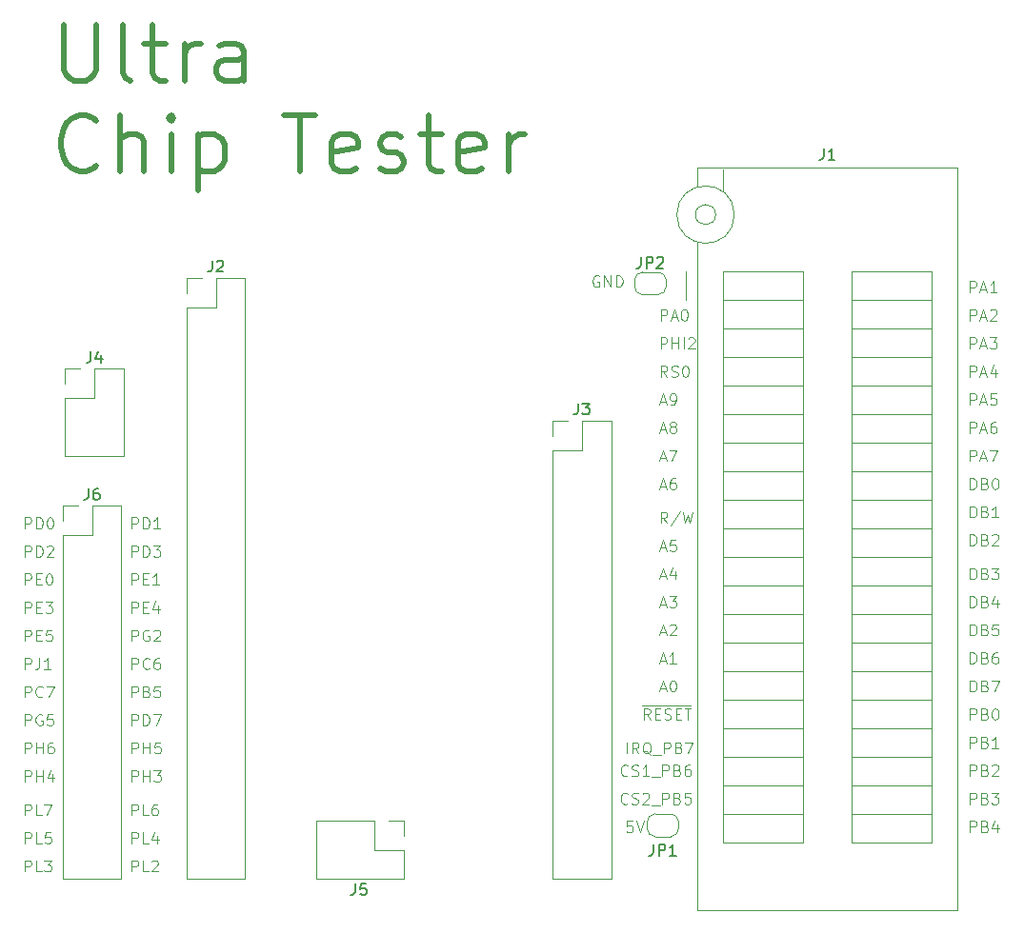
<source format=gbr>
%TF.GenerationSoftware,KiCad,Pcbnew,8.0.4*%
%TF.CreationDate,2024-09-01T11:51:46-07:00*%
%TF.ProjectId,chip_tester,63686970-5f74-4657-9374-65722e6b6963,rev?*%
%TF.SameCoordinates,Original*%
%TF.FileFunction,Legend,Top*%
%TF.FilePolarity,Positive*%
%FSLAX46Y46*%
G04 Gerber Fmt 4.6, Leading zero omitted, Abs format (unit mm)*
G04 Created by KiCad (PCBNEW 8.0.4) date 2024-09-01 11:51:46*
%MOMM*%
%LPD*%
G01*
G04 APERTURE LIST*
%ADD10C,0.100000*%
%ADD11C,0.500000*%
%ADD12C,0.150000*%
%ADD13C,0.120000*%
G04 APERTURE END LIST*
D10*
X55803884Y-91372419D02*
X55803884Y-90372419D01*
X55803884Y-90372419D02*
X56184836Y-90372419D01*
X56184836Y-90372419D02*
X56280074Y-90420038D01*
X56280074Y-90420038D02*
X56327693Y-90467657D01*
X56327693Y-90467657D02*
X56375312Y-90562895D01*
X56375312Y-90562895D02*
X56375312Y-90705752D01*
X56375312Y-90705752D02*
X56327693Y-90800990D01*
X56327693Y-90800990D02*
X56280074Y-90848609D01*
X56280074Y-90848609D02*
X56184836Y-90896228D01*
X56184836Y-90896228D02*
X55803884Y-90896228D01*
X56803884Y-90848609D02*
X57137217Y-90848609D01*
X57280074Y-91372419D02*
X56803884Y-91372419D01*
X56803884Y-91372419D02*
X56803884Y-90372419D01*
X56803884Y-90372419D02*
X57280074Y-90372419D01*
X57613408Y-90372419D02*
X58232455Y-90372419D01*
X58232455Y-90372419D02*
X57899122Y-90753371D01*
X57899122Y-90753371D02*
X58041979Y-90753371D01*
X58041979Y-90753371D02*
X58137217Y-90800990D01*
X58137217Y-90800990D02*
X58184836Y-90848609D01*
X58184836Y-90848609D02*
X58232455Y-90943847D01*
X58232455Y-90943847D02*
X58232455Y-91181942D01*
X58232455Y-91181942D02*
X58184836Y-91277180D01*
X58184836Y-91277180D02*
X58137217Y-91324800D01*
X58137217Y-91324800D02*
X58041979Y-91372419D01*
X58041979Y-91372419D02*
X57756265Y-91372419D01*
X57756265Y-91372419D02*
X57661027Y-91324800D01*
X57661027Y-91324800D02*
X57613408Y-91277180D01*
X139803884Y-80372419D02*
X139803884Y-79372419D01*
X139803884Y-79372419D02*
X140041979Y-79372419D01*
X140041979Y-79372419D02*
X140184836Y-79420038D01*
X140184836Y-79420038D02*
X140280074Y-79515276D01*
X140280074Y-79515276D02*
X140327693Y-79610514D01*
X140327693Y-79610514D02*
X140375312Y-79800990D01*
X140375312Y-79800990D02*
X140375312Y-79943847D01*
X140375312Y-79943847D02*
X140327693Y-80134323D01*
X140327693Y-80134323D02*
X140280074Y-80229561D01*
X140280074Y-80229561D02*
X140184836Y-80324800D01*
X140184836Y-80324800D02*
X140041979Y-80372419D01*
X140041979Y-80372419D02*
X139803884Y-80372419D01*
X141137217Y-79848609D02*
X141280074Y-79896228D01*
X141280074Y-79896228D02*
X141327693Y-79943847D01*
X141327693Y-79943847D02*
X141375312Y-80039085D01*
X141375312Y-80039085D02*
X141375312Y-80181942D01*
X141375312Y-80181942D02*
X141327693Y-80277180D01*
X141327693Y-80277180D02*
X141280074Y-80324800D01*
X141280074Y-80324800D02*
X141184836Y-80372419D01*
X141184836Y-80372419D02*
X140803884Y-80372419D01*
X140803884Y-80372419D02*
X140803884Y-79372419D01*
X140803884Y-79372419D02*
X141137217Y-79372419D01*
X141137217Y-79372419D02*
X141232455Y-79420038D01*
X141232455Y-79420038D02*
X141280074Y-79467657D01*
X141280074Y-79467657D02*
X141327693Y-79562895D01*
X141327693Y-79562895D02*
X141327693Y-79658133D01*
X141327693Y-79658133D02*
X141280074Y-79753371D01*
X141280074Y-79753371D02*
X141232455Y-79800990D01*
X141232455Y-79800990D02*
X141137217Y-79848609D01*
X141137217Y-79848609D02*
X140803884Y-79848609D01*
X141994360Y-79372419D02*
X142089598Y-79372419D01*
X142089598Y-79372419D02*
X142184836Y-79420038D01*
X142184836Y-79420038D02*
X142232455Y-79467657D01*
X142232455Y-79467657D02*
X142280074Y-79562895D01*
X142280074Y-79562895D02*
X142327693Y-79753371D01*
X142327693Y-79753371D02*
X142327693Y-79991466D01*
X142327693Y-79991466D02*
X142280074Y-80181942D01*
X142280074Y-80181942D02*
X142232455Y-80277180D01*
X142232455Y-80277180D02*
X142184836Y-80324800D01*
X142184836Y-80324800D02*
X142089598Y-80372419D01*
X142089598Y-80372419D02*
X141994360Y-80372419D01*
X141994360Y-80372419D02*
X141899122Y-80324800D01*
X141899122Y-80324800D02*
X141851503Y-80277180D01*
X141851503Y-80277180D02*
X141803884Y-80181942D01*
X141803884Y-80181942D02*
X141756265Y-79991466D01*
X141756265Y-79991466D02*
X141756265Y-79753371D01*
X141756265Y-79753371D02*
X141803884Y-79562895D01*
X141803884Y-79562895D02*
X141851503Y-79467657D01*
X141851503Y-79467657D02*
X141899122Y-79420038D01*
X141899122Y-79420038D02*
X141994360Y-79372419D01*
X55803884Y-88872419D02*
X55803884Y-87872419D01*
X55803884Y-87872419D02*
X56184836Y-87872419D01*
X56184836Y-87872419D02*
X56280074Y-87920038D01*
X56280074Y-87920038D02*
X56327693Y-87967657D01*
X56327693Y-87967657D02*
X56375312Y-88062895D01*
X56375312Y-88062895D02*
X56375312Y-88205752D01*
X56375312Y-88205752D02*
X56327693Y-88300990D01*
X56327693Y-88300990D02*
X56280074Y-88348609D01*
X56280074Y-88348609D02*
X56184836Y-88396228D01*
X56184836Y-88396228D02*
X55803884Y-88396228D01*
X56803884Y-88348609D02*
X57137217Y-88348609D01*
X57280074Y-88872419D02*
X56803884Y-88872419D01*
X56803884Y-88872419D02*
X56803884Y-87872419D01*
X56803884Y-87872419D02*
X57280074Y-87872419D01*
X57899122Y-87872419D02*
X57994360Y-87872419D01*
X57994360Y-87872419D02*
X58089598Y-87920038D01*
X58089598Y-87920038D02*
X58137217Y-87967657D01*
X58137217Y-87967657D02*
X58184836Y-88062895D01*
X58184836Y-88062895D02*
X58232455Y-88253371D01*
X58232455Y-88253371D02*
X58232455Y-88491466D01*
X58232455Y-88491466D02*
X58184836Y-88681942D01*
X58184836Y-88681942D02*
X58137217Y-88777180D01*
X58137217Y-88777180D02*
X58089598Y-88824800D01*
X58089598Y-88824800D02*
X57994360Y-88872419D01*
X57994360Y-88872419D02*
X57899122Y-88872419D01*
X57899122Y-88872419D02*
X57803884Y-88824800D01*
X57803884Y-88824800D02*
X57756265Y-88777180D01*
X57756265Y-88777180D02*
X57708646Y-88681942D01*
X57708646Y-88681942D02*
X57661027Y-88491466D01*
X57661027Y-88491466D02*
X57661027Y-88253371D01*
X57661027Y-88253371D02*
X57708646Y-88062895D01*
X57708646Y-88062895D02*
X57756265Y-87967657D01*
X57756265Y-87967657D02*
X57803884Y-87920038D01*
X57803884Y-87920038D02*
X57899122Y-87872419D01*
X139803884Y-93372419D02*
X139803884Y-92372419D01*
X139803884Y-92372419D02*
X140041979Y-92372419D01*
X140041979Y-92372419D02*
X140184836Y-92420038D01*
X140184836Y-92420038D02*
X140280074Y-92515276D01*
X140280074Y-92515276D02*
X140327693Y-92610514D01*
X140327693Y-92610514D02*
X140375312Y-92800990D01*
X140375312Y-92800990D02*
X140375312Y-92943847D01*
X140375312Y-92943847D02*
X140327693Y-93134323D01*
X140327693Y-93134323D02*
X140280074Y-93229561D01*
X140280074Y-93229561D02*
X140184836Y-93324800D01*
X140184836Y-93324800D02*
X140041979Y-93372419D01*
X140041979Y-93372419D02*
X139803884Y-93372419D01*
X141137217Y-92848609D02*
X141280074Y-92896228D01*
X141280074Y-92896228D02*
X141327693Y-92943847D01*
X141327693Y-92943847D02*
X141375312Y-93039085D01*
X141375312Y-93039085D02*
X141375312Y-93181942D01*
X141375312Y-93181942D02*
X141327693Y-93277180D01*
X141327693Y-93277180D02*
X141280074Y-93324800D01*
X141280074Y-93324800D02*
X141184836Y-93372419D01*
X141184836Y-93372419D02*
X140803884Y-93372419D01*
X140803884Y-93372419D02*
X140803884Y-92372419D01*
X140803884Y-92372419D02*
X141137217Y-92372419D01*
X141137217Y-92372419D02*
X141232455Y-92420038D01*
X141232455Y-92420038D02*
X141280074Y-92467657D01*
X141280074Y-92467657D02*
X141327693Y-92562895D01*
X141327693Y-92562895D02*
X141327693Y-92658133D01*
X141327693Y-92658133D02*
X141280074Y-92753371D01*
X141280074Y-92753371D02*
X141232455Y-92800990D01*
X141232455Y-92800990D02*
X141137217Y-92848609D01*
X141137217Y-92848609D02*
X140803884Y-92848609D01*
X142280074Y-92372419D02*
X141803884Y-92372419D01*
X141803884Y-92372419D02*
X141756265Y-92848609D01*
X141756265Y-92848609D02*
X141803884Y-92800990D01*
X141803884Y-92800990D02*
X141899122Y-92753371D01*
X141899122Y-92753371D02*
X142137217Y-92753371D01*
X142137217Y-92753371D02*
X142232455Y-92800990D01*
X142232455Y-92800990D02*
X142280074Y-92848609D01*
X142280074Y-92848609D02*
X142327693Y-92943847D01*
X142327693Y-92943847D02*
X142327693Y-93181942D01*
X142327693Y-93181942D02*
X142280074Y-93277180D01*
X142280074Y-93277180D02*
X142232455Y-93324800D01*
X142232455Y-93324800D02*
X142137217Y-93372419D01*
X142137217Y-93372419D02*
X141899122Y-93372419D01*
X141899122Y-93372419D02*
X141803884Y-93324800D01*
X141803884Y-93324800D02*
X141756265Y-93277180D01*
X112256265Y-80086704D02*
X112732455Y-80086704D01*
X112161027Y-80372419D02*
X112494360Y-79372419D01*
X112494360Y-79372419D02*
X112827693Y-80372419D01*
X113589598Y-79372419D02*
X113399122Y-79372419D01*
X113399122Y-79372419D02*
X113303884Y-79420038D01*
X113303884Y-79420038D02*
X113256265Y-79467657D01*
X113256265Y-79467657D02*
X113161027Y-79610514D01*
X113161027Y-79610514D02*
X113113408Y-79800990D01*
X113113408Y-79800990D02*
X113113408Y-80181942D01*
X113113408Y-80181942D02*
X113161027Y-80277180D01*
X113161027Y-80277180D02*
X113208646Y-80324800D01*
X113208646Y-80324800D02*
X113303884Y-80372419D01*
X113303884Y-80372419D02*
X113494360Y-80372419D01*
X113494360Y-80372419D02*
X113589598Y-80324800D01*
X113589598Y-80324800D02*
X113637217Y-80277180D01*
X113637217Y-80277180D02*
X113684836Y-80181942D01*
X113684836Y-80181942D02*
X113684836Y-79943847D01*
X113684836Y-79943847D02*
X113637217Y-79848609D01*
X113637217Y-79848609D02*
X113589598Y-79800990D01*
X113589598Y-79800990D02*
X113494360Y-79753371D01*
X113494360Y-79753371D02*
X113303884Y-79753371D01*
X113303884Y-79753371D02*
X113208646Y-79800990D01*
X113208646Y-79800990D02*
X113161027Y-79848609D01*
X113161027Y-79848609D02*
X113113408Y-79943847D01*
D11*
X59269423Y-39062375D02*
X59269423Y-43109994D01*
X59269423Y-43109994D02*
X59507518Y-43586184D01*
X59507518Y-43586184D02*
X59745613Y-43824280D01*
X59745613Y-43824280D02*
X60221804Y-44062375D01*
X60221804Y-44062375D02*
X61174185Y-44062375D01*
X61174185Y-44062375D02*
X61650375Y-43824280D01*
X61650375Y-43824280D02*
X61888470Y-43586184D01*
X61888470Y-43586184D02*
X62126566Y-43109994D01*
X62126566Y-43109994D02*
X62126566Y-39062375D01*
X65221803Y-44062375D02*
X64745613Y-43824280D01*
X64745613Y-43824280D02*
X64507518Y-43348089D01*
X64507518Y-43348089D02*
X64507518Y-39062375D01*
X66412280Y-40729041D02*
X68317042Y-40729041D01*
X67126566Y-39062375D02*
X67126566Y-43348089D01*
X67126566Y-43348089D02*
X67364661Y-43824280D01*
X67364661Y-43824280D02*
X67840851Y-44062375D01*
X67840851Y-44062375D02*
X68317042Y-44062375D01*
X69983709Y-44062375D02*
X69983709Y-40729041D01*
X69983709Y-41681422D02*
X70221804Y-41205232D01*
X70221804Y-41205232D02*
X70459899Y-40967137D01*
X70459899Y-40967137D02*
X70936090Y-40729041D01*
X70936090Y-40729041D02*
X71412280Y-40729041D01*
X75221804Y-44062375D02*
X75221804Y-41443327D01*
X75221804Y-41443327D02*
X74983709Y-40967137D01*
X74983709Y-40967137D02*
X74507518Y-40729041D01*
X74507518Y-40729041D02*
X73555137Y-40729041D01*
X73555137Y-40729041D02*
X73078947Y-40967137D01*
X75221804Y-43824280D02*
X74745613Y-44062375D01*
X74745613Y-44062375D02*
X73555137Y-44062375D01*
X73555137Y-44062375D02*
X73078947Y-43824280D01*
X73078947Y-43824280D02*
X72840851Y-43348089D01*
X72840851Y-43348089D02*
X72840851Y-42871899D01*
X72840851Y-42871899D02*
X73078947Y-42395708D01*
X73078947Y-42395708D02*
X73555137Y-42157613D01*
X73555137Y-42157613D02*
X74745613Y-42157613D01*
X74745613Y-42157613D02*
X75221804Y-41919518D01*
X62126566Y-51635904D02*
X61888470Y-51874000D01*
X61888470Y-51874000D02*
X61174185Y-52112095D01*
X61174185Y-52112095D02*
X60697994Y-52112095D01*
X60697994Y-52112095D02*
X59983708Y-51874000D01*
X59983708Y-51874000D02*
X59507518Y-51397809D01*
X59507518Y-51397809D02*
X59269423Y-50921619D01*
X59269423Y-50921619D02*
X59031327Y-49969238D01*
X59031327Y-49969238D02*
X59031327Y-49254952D01*
X59031327Y-49254952D02*
X59269423Y-48302571D01*
X59269423Y-48302571D02*
X59507518Y-47826380D01*
X59507518Y-47826380D02*
X59983708Y-47350190D01*
X59983708Y-47350190D02*
X60697994Y-47112095D01*
X60697994Y-47112095D02*
X61174185Y-47112095D01*
X61174185Y-47112095D02*
X61888470Y-47350190D01*
X61888470Y-47350190D02*
X62126566Y-47588285D01*
X64269423Y-52112095D02*
X64269423Y-47112095D01*
X66412280Y-52112095D02*
X66412280Y-49493047D01*
X66412280Y-49493047D02*
X66174185Y-49016857D01*
X66174185Y-49016857D02*
X65697994Y-48778761D01*
X65697994Y-48778761D02*
X64983708Y-48778761D01*
X64983708Y-48778761D02*
X64507518Y-49016857D01*
X64507518Y-49016857D02*
X64269423Y-49254952D01*
X68793233Y-52112095D02*
X68793233Y-48778761D01*
X68793233Y-47112095D02*
X68555137Y-47350190D01*
X68555137Y-47350190D02*
X68793233Y-47588285D01*
X68793233Y-47588285D02*
X69031328Y-47350190D01*
X69031328Y-47350190D02*
X68793233Y-47112095D01*
X68793233Y-47112095D02*
X68793233Y-47588285D01*
X71174185Y-48778761D02*
X71174185Y-53778761D01*
X71174185Y-49016857D02*
X71650375Y-48778761D01*
X71650375Y-48778761D02*
X72602756Y-48778761D01*
X72602756Y-48778761D02*
X73078947Y-49016857D01*
X73078947Y-49016857D02*
X73317042Y-49254952D01*
X73317042Y-49254952D02*
X73555137Y-49731142D01*
X73555137Y-49731142D02*
X73555137Y-51159714D01*
X73555137Y-51159714D02*
X73317042Y-51635904D01*
X73317042Y-51635904D02*
X73078947Y-51874000D01*
X73078947Y-51874000D02*
X72602756Y-52112095D01*
X72602756Y-52112095D02*
X71650375Y-52112095D01*
X71650375Y-52112095D02*
X71174185Y-51874000D01*
X78793233Y-47112095D02*
X81650376Y-47112095D01*
X80221804Y-52112095D02*
X80221804Y-47112095D01*
X85221805Y-51874000D02*
X84745614Y-52112095D01*
X84745614Y-52112095D02*
X83793233Y-52112095D01*
X83793233Y-52112095D02*
X83317043Y-51874000D01*
X83317043Y-51874000D02*
X83078947Y-51397809D01*
X83078947Y-51397809D02*
X83078947Y-49493047D01*
X83078947Y-49493047D02*
X83317043Y-49016857D01*
X83317043Y-49016857D02*
X83793233Y-48778761D01*
X83793233Y-48778761D02*
X84745614Y-48778761D01*
X84745614Y-48778761D02*
X85221805Y-49016857D01*
X85221805Y-49016857D02*
X85459900Y-49493047D01*
X85459900Y-49493047D02*
X85459900Y-49969238D01*
X85459900Y-49969238D02*
X83078947Y-50445428D01*
X87364661Y-51874000D02*
X87840852Y-52112095D01*
X87840852Y-52112095D02*
X88793233Y-52112095D01*
X88793233Y-52112095D02*
X89269423Y-51874000D01*
X89269423Y-51874000D02*
X89507519Y-51397809D01*
X89507519Y-51397809D02*
X89507519Y-51159714D01*
X89507519Y-51159714D02*
X89269423Y-50683523D01*
X89269423Y-50683523D02*
X88793233Y-50445428D01*
X88793233Y-50445428D02*
X88078947Y-50445428D01*
X88078947Y-50445428D02*
X87602757Y-50207333D01*
X87602757Y-50207333D02*
X87364661Y-49731142D01*
X87364661Y-49731142D02*
X87364661Y-49493047D01*
X87364661Y-49493047D02*
X87602757Y-49016857D01*
X87602757Y-49016857D02*
X88078947Y-48778761D01*
X88078947Y-48778761D02*
X88793233Y-48778761D01*
X88793233Y-48778761D02*
X89269423Y-49016857D01*
X90936090Y-48778761D02*
X92840852Y-48778761D01*
X91650376Y-47112095D02*
X91650376Y-51397809D01*
X91650376Y-51397809D02*
X91888471Y-51874000D01*
X91888471Y-51874000D02*
X92364661Y-52112095D01*
X92364661Y-52112095D02*
X92840852Y-52112095D01*
X96412281Y-51874000D02*
X95936090Y-52112095D01*
X95936090Y-52112095D02*
X94983709Y-52112095D01*
X94983709Y-52112095D02*
X94507519Y-51874000D01*
X94507519Y-51874000D02*
X94269423Y-51397809D01*
X94269423Y-51397809D02*
X94269423Y-49493047D01*
X94269423Y-49493047D02*
X94507519Y-49016857D01*
X94507519Y-49016857D02*
X94983709Y-48778761D01*
X94983709Y-48778761D02*
X95936090Y-48778761D01*
X95936090Y-48778761D02*
X96412281Y-49016857D01*
X96412281Y-49016857D02*
X96650376Y-49493047D01*
X96650376Y-49493047D02*
X96650376Y-49969238D01*
X96650376Y-49969238D02*
X94269423Y-50445428D01*
X98793233Y-52112095D02*
X98793233Y-48778761D01*
X98793233Y-49731142D02*
X99031328Y-49254952D01*
X99031328Y-49254952D02*
X99269423Y-49016857D01*
X99269423Y-49016857D02*
X99745614Y-48778761D01*
X99745614Y-48778761D02*
X100221804Y-48778761D01*
D10*
X139803884Y-110872419D02*
X139803884Y-109872419D01*
X139803884Y-109872419D02*
X140184836Y-109872419D01*
X140184836Y-109872419D02*
X140280074Y-109920038D01*
X140280074Y-109920038D02*
X140327693Y-109967657D01*
X140327693Y-109967657D02*
X140375312Y-110062895D01*
X140375312Y-110062895D02*
X140375312Y-110205752D01*
X140375312Y-110205752D02*
X140327693Y-110300990D01*
X140327693Y-110300990D02*
X140280074Y-110348609D01*
X140280074Y-110348609D02*
X140184836Y-110396228D01*
X140184836Y-110396228D02*
X139803884Y-110396228D01*
X141137217Y-110348609D02*
X141280074Y-110396228D01*
X141280074Y-110396228D02*
X141327693Y-110443847D01*
X141327693Y-110443847D02*
X141375312Y-110539085D01*
X141375312Y-110539085D02*
X141375312Y-110681942D01*
X141375312Y-110681942D02*
X141327693Y-110777180D01*
X141327693Y-110777180D02*
X141280074Y-110824800D01*
X141280074Y-110824800D02*
X141184836Y-110872419D01*
X141184836Y-110872419D02*
X140803884Y-110872419D01*
X140803884Y-110872419D02*
X140803884Y-109872419D01*
X140803884Y-109872419D02*
X141137217Y-109872419D01*
X141137217Y-109872419D02*
X141232455Y-109920038D01*
X141232455Y-109920038D02*
X141280074Y-109967657D01*
X141280074Y-109967657D02*
X141327693Y-110062895D01*
X141327693Y-110062895D02*
X141327693Y-110158133D01*
X141327693Y-110158133D02*
X141280074Y-110253371D01*
X141280074Y-110253371D02*
X141232455Y-110300990D01*
X141232455Y-110300990D02*
X141137217Y-110348609D01*
X141137217Y-110348609D02*
X140803884Y-110348609D01*
X142232455Y-110205752D02*
X142232455Y-110872419D01*
X141994360Y-109824800D02*
X141756265Y-110539085D01*
X141756265Y-110539085D02*
X142375312Y-110539085D01*
X139803884Y-95872419D02*
X139803884Y-94872419D01*
X139803884Y-94872419D02*
X140041979Y-94872419D01*
X140041979Y-94872419D02*
X140184836Y-94920038D01*
X140184836Y-94920038D02*
X140280074Y-95015276D01*
X140280074Y-95015276D02*
X140327693Y-95110514D01*
X140327693Y-95110514D02*
X140375312Y-95300990D01*
X140375312Y-95300990D02*
X140375312Y-95443847D01*
X140375312Y-95443847D02*
X140327693Y-95634323D01*
X140327693Y-95634323D02*
X140280074Y-95729561D01*
X140280074Y-95729561D02*
X140184836Y-95824800D01*
X140184836Y-95824800D02*
X140041979Y-95872419D01*
X140041979Y-95872419D02*
X139803884Y-95872419D01*
X141137217Y-95348609D02*
X141280074Y-95396228D01*
X141280074Y-95396228D02*
X141327693Y-95443847D01*
X141327693Y-95443847D02*
X141375312Y-95539085D01*
X141375312Y-95539085D02*
X141375312Y-95681942D01*
X141375312Y-95681942D02*
X141327693Y-95777180D01*
X141327693Y-95777180D02*
X141280074Y-95824800D01*
X141280074Y-95824800D02*
X141184836Y-95872419D01*
X141184836Y-95872419D02*
X140803884Y-95872419D01*
X140803884Y-95872419D02*
X140803884Y-94872419D01*
X140803884Y-94872419D02*
X141137217Y-94872419D01*
X141137217Y-94872419D02*
X141232455Y-94920038D01*
X141232455Y-94920038D02*
X141280074Y-94967657D01*
X141280074Y-94967657D02*
X141327693Y-95062895D01*
X141327693Y-95062895D02*
X141327693Y-95158133D01*
X141327693Y-95158133D02*
X141280074Y-95253371D01*
X141280074Y-95253371D02*
X141232455Y-95300990D01*
X141232455Y-95300990D02*
X141137217Y-95348609D01*
X141137217Y-95348609D02*
X140803884Y-95348609D01*
X142232455Y-94872419D02*
X142041979Y-94872419D01*
X142041979Y-94872419D02*
X141946741Y-94920038D01*
X141946741Y-94920038D02*
X141899122Y-94967657D01*
X141899122Y-94967657D02*
X141803884Y-95110514D01*
X141803884Y-95110514D02*
X141756265Y-95300990D01*
X141756265Y-95300990D02*
X141756265Y-95681942D01*
X141756265Y-95681942D02*
X141803884Y-95777180D01*
X141803884Y-95777180D02*
X141851503Y-95824800D01*
X141851503Y-95824800D02*
X141946741Y-95872419D01*
X141946741Y-95872419D02*
X142137217Y-95872419D01*
X142137217Y-95872419D02*
X142232455Y-95824800D01*
X142232455Y-95824800D02*
X142280074Y-95777180D01*
X142280074Y-95777180D02*
X142327693Y-95681942D01*
X142327693Y-95681942D02*
X142327693Y-95443847D01*
X142327693Y-95443847D02*
X142280074Y-95348609D01*
X142280074Y-95348609D02*
X142232455Y-95300990D01*
X142232455Y-95300990D02*
X142137217Y-95253371D01*
X142137217Y-95253371D02*
X141946741Y-95253371D01*
X141946741Y-95253371D02*
X141851503Y-95300990D01*
X141851503Y-95300990D02*
X141803884Y-95348609D01*
X141803884Y-95348609D02*
X141756265Y-95443847D01*
X139803884Y-90872419D02*
X139803884Y-89872419D01*
X139803884Y-89872419D02*
X140041979Y-89872419D01*
X140041979Y-89872419D02*
X140184836Y-89920038D01*
X140184836Y-89920038D02*
X140280074Y-90015276D01*
X140280074Y-90015276D02*
X140327693Y-90110514D01*
X140327693Y-90110514D02*
X140375312Y-90300990D01*
X140375312Y-90300990D02*
X140375312Y-90443847D01*
X140375312Y-90443847D02*
X140327693Y-90634323D01*
X140327693Y-90634323D02*
X140280074Y-90729561D01*
X140280074Y-90729561D02*
X140184836Y-90824800D01*
X140184836Y-90824800D02*
X140041979Y-90872419D01*
X140041979Y-90872419D02*
X139803884Y-90872419D01*
X141137217Y-90348609D02*
X141280074Y-90396228D01*
X141280074Y-90396228D02*
X141327693Y-90443847D01*
X141327693Y-90443847D02*
X141375312Y-90539085D01*
X141375312Y-90539085D02*
X141375312Y-90681942D01*
X141375312Y-90681942D02*
X141327693Y-90777180D01*
X141327693Y-90777180D02*
X141280074Y-90824800D01*
X141280074Y-90824800D02*
X141184836Y-90872419D01*
X141184836Y-90872419D02*
X140803884Y-90872419D01*
X140803884Y-90872419D02*
X140803884Y-89872419D01*
X140803884Y-89872419D02*
X141137217Y-89872419D01*
X141137217Y-89872419D02*
X141232455Y-89920038D01*
X141232455Y-89920038D02*
X141280074Y-89967657D01*
X141280074Y-89967657D02*
X141327693Y-90062895D01*
X141327693Y-90062895D02*
X141327693Y-90158133D01*
X141327693Y-90158133D02*
X141280074Y-90253371D01*
X141280074Y-90253371D02*
X141232455Y-90300990D01*
X141232455Y-90300990D02*
X141137217Y-90348609D01*
X141137217Y-90348609D02*
X140803884Y-90348609D01*
X142232455Y-90205752D02*
X142232455Y-90872419D01*
X141994360Y-89824800D02*
X141756265Y-90539085D01*
X141756265Y-90539085D02*
X142375312Y-90539085D01*
X139803884Y-67872419D02*
X139803884Y-66872419D01*
X139803884Y-66872419D02*
X140184836Y-66872419D01*
X140184836Y-66872419D02*
X140280074Y-66920038D01*
X140280074Y-66920038D02*
X140327693Y-66967657D01*
X140327693Y-66967657D02*
X140375312Y-67062895D01*
X140375312Y-67062895D02*
X140375312Y-67205752D01*
X140375312Y-67205752D02*
X140327693Y-67300990D01*
X140327693Y-67300990D02*
X140280074Y-67348609D01*
X140280074Y-67348609D02*
X140184836Y-67396228D01*
X140184836Y-67396228D02*
X139803884Y-67396228D01*
X140756265Y-67586704D02*
X141232455Y-67586704D01*
X140661027Y-67872419D02*
X140994360Y-66872419D01*
X140994360Y-66872419D02*
X141327693Y-67872419D01*
X141565789Y-66872419D02*
X142184836Y-66872419D01*
X142184836Y-66872419D02*
X141851503Y-67253371D01*
X141851503Y-67253371D02*
X141994360Y-67253371D01*
X141994360Y-67253371D02*
X142089598Y-67300990D01*
X142089598Y-67300990D02*
X142137217Y-67348609D01*
X142137217Y-67348609D02*
X142184836Y-67443847D01*
X142184836Y-67443847D02*
X142184836Y-67681942D01*
X142184836Y-67681942D02*
X142137217Y-67777180D01*
X142137217Y-67777180D02*
X142089598Y-67824800D01*
X142089598Y-67824800D02*
X141994360Y-67872419D01*
X141994360Y-67872419D02*
X141708646Y-67872419D01*
X141708646Y-67872419D02*
X141613408Y-67824800D01*
X141613408Y-67824800D02*
X141565789Y-67777180D01*
X112256265Y-93086704D02*
X112732455Y-93086704D01*
X112161027Y-93372419D02*
X112494360Y-92372419D01*
X112494360Y-92372419D02*
X112827693Y-93372419D01*
X113113408Y-92467657D02*
X113161027Y-92420038D01*
X113161027Y-92420038D02*
X113256265Y-92372419D01*
X113256265Y-92372419D02*
X113494360Y-92372419D01*
X113494360Y-92372419D02*
X113589598Y-92420038D01*
X113589598Y-92420038D02*
X113637217Y-92467657D01*
X113637217Y-92467657D02*
X113684836Y-92562895D01*
X113684836Y-92562895D02*
X113684836Y-92658133D01*
X113684836Y-92658133D02*
X113637217Y-92800990D01*
X113637217Y-92800990D02*
X113065789Y-93372419D01*
X113065789Y-93372419D02*
X113684836Y-93372419D01*
X139803884Y-75372419D02*
X139803884Y-74372419D01*
X139803884Y-74372419D02*
X140184836Y-74372419D01*
X140184836Y-74372419D02*
X140280074Y-74420038D01*
X140280074Y-74420038D02*
X140327693Y-74467657D01*
X140327693Y-74467657D02*
X140375312Y-74562895D01*
X140375312Y-74562895D02*
X140375312Y-74705752D01*
X140375312Y-74705752D02*
X140327693Y-74800990D01*
X140327693Y-74800990D02*
X140280074Y-74848609D01*
X140280074Y-74848609D02*
X140184836Y-74896228D01*
X140184836Y-74896228D02*
X139803884Y-74896228D01*
X140756265Y-75086704D02*
X141232455Y-75086704D01*
X140661027Y-75372419D02*
X140994360Y-74372419D01*
X140994360Y-74372419D02*
X141327693Y-75372419D01*
X142089598Y-74372419D02*
X141899122Y-74372419D01*
X141899122Y-74372419D02*
X141803884Y-74420038D01*
X141803884Y-74420038D02*
X141756265Y-74467657D01*
X141756265Y-74467657D02*
X141661027Y-74610514D01*
X141661027Y-74610514D02*
X141613408Y-74800990D01*
X141613408Y-74800990D02*
X141613408Y-75181942D01*
X141613408Y-75181942D02*
X141661027Y-75277180D01*
X141661027Y-75277180D02*
X141708646Y-75324800D01*
X141708646Y-75324800D02*
X141803884Y-75372419D01*
X141803884Y-75372419D02*
X141994360Y-75372419D01*
X141994360Y-75372419D02*
X142089598Y-75324800D01*
X142089598Y-75324800D02*
X142137217Y-75277180D01*
X142137217Y-75277180D02*
X142184836Y-75181942D01*
X142184836Y-75181942D02*
X142184836Y-74943847D01*
X142184836Y-74943847D02*
X142137217Y-74848609D01*
X142137217Y-74848609D02*
X142089598Y-74800990D01*
X142089598Y-74800990D02*
X141994360Y-74753371D01*
X141994360Y-74753371D02*
X141803884Y-74753371D01*
X141803884Y-74753371D02*
X141708646Y-74800990D01*
X141708646Y-74800990D02*
X141661027Y-74848609D01*
X141661027Y-74848609D02*
X141613408Y-74943847D01*
X112875312Y-83372419D02*
X112541979Y-82896228D01*
X112303884Y-83372419D02*
X112303884Y-82372419D01*
X112303884Y-82372419D02*
X112684836Y-82372419D01*
X112684836Y-82372419D02*
X112780074Y-82420038D01*
X112780074Y-82420038D02*
X112827693Y-82467657D01*
X112827693Y-82467657D02*
X112875312Y-82562895D01*
X112875312Y-82562895D02*
X112875312Y-82705752D01*
X112875312Y-82705752D02*
X112827693Y-82800990D01*
X112827693Y-82800990D02*
X112780074Y-82848609D01*
X112780074Y-82848609D02*
X112684836Y-82896228D01*
X112684836Y-82896228D02*
X112303884Y-82896228D01*
X114018169Y-82324800D02*
X113161027Y-83610514D01*
X114256265Y-82372419D02*
X114494360Y-83372419D01*
X114494360Y-83372419D02*
X114684836Y-82658133D01*
X114684836Y-82658133D02*
X114875312Y-83372419D01*
X114875312Y-83372419D02*
X115113408Y-82372419D01*
X55803884Y-109372419D02*
X55803884Y-108372419D01*
X55803884Y-108372419D02*
X56184836Y-108372419D01*
X56184836Y-108372419D02*
X56280074Y-108420038D01*
X56280074Y-108420038D02*
X56327693Y-108467657D01*
X56327693Y-108467657D02*
X56375312Y-108562895D01*
X56375312Y-108562895D02*
X56375312Y-108705752D01*
X56375312Y-108705752D02*
X56327693Y-108800990D01*
X56327693Y-108800990D02*
X56280074Y-108848609D01*
X56280074Y-108848609D02*
X56184836Y-108896228D01*
X56184836Y-108896228D02*
X55803884Y-108896228D01*
X57280074Y-109372419D02*
X56803884Y-109372419D01*
X56803884Y-109372419D02*
X56803884Y-108372419D01*
X57518170Y-108372419D02*
X58184836Y-108372419D01*
X58184836Y-108372419D02*
X57756265Y-109372419D01*
X55803884Y-83872419D02*
X55803884Y-82872419D01*
X55803884Y-82872419D02*
X56184836Y-82872419D01*
X56184836Y-82872419D02*
X56280074Y-82920038D01*
X56280074Y-82920038D02*
X56327693Y-82967657D01*
X56327693Y-82967657D02*
X56375312Y-83062895D01*
X56375312Y-83062895D02*
X56375312Y-83205752D01*
X56375312Y-83205752D02*
X56327693Y-83300990D01*
X56327693Y-83300990D02*
X56280074Y-83348609D01*
X56280074Y-83348609D02*
X56184836Y-83396228D01*
X56184836Y-83396228D02*
X55803884Y-83396228D01*
X56803884Y-83872419D02*
X56803884Y-82872419D01*
X56803884Y-82872419D02*
X57041979Y-82872419D01*
X57041979Y-82872419D02*
X57184836Y-82920038D01*
X57184836Y-82920038D02*
X57280074Y-83015276D01*
X57280074Y-83015276D02*
X57327693Y-83110514D01*
X57327693Y-83110514D02*
X57375312Y-83300990D01*
X57375312Y-83300990D02*
X57375312Y-83443847D01*
X57375312Y-83443847D02*
X57327693Y-83634323D01*
X57327693Y-83634323D02*
X57280074Y-83729561D01*
X57280074Y-83729561D02*
X57184836Y-83824800D01*
X57184836Y-83824800D02*
X57041979Y-83872419D01*
X57041979Y-83872419D02*
X56803884Y-83872419D01*
X57994360Y-82872419D02*
X58089598Y-82872419D01*
X58089598Y-82872419D02*
X58184836Y-82920038D01*
X58184836Y-82920038D02*
X58232455Y-82967657D01*
X58232455Y-82967657D02*
X58280074Y-83062895D01*
X58280074Y-83062895D02*
X58327693Y-83253371D01*
X58327693Y-83253371D02*
X58327693Y-83491466D01*
X58327693Y-83491466D02*
X58280074Y-83681942D01*
X58280074Y-83681942D02*
X58232455Y-83777180D01*
X58232455Y-83777180D02*
X58184836Y-83824800D01*
X58184836Y-83824800D02*
X58089598Y-83872419D01*
X58089598Y-83872419D02*
X57994360Y-83872419D01*
X57994360Y-83872419D02*
X57899122Y-83824800D01*
X57899122Y-83824800D02*
X57851503Y-83777180D01*
X57851503Y-83777180D02*
X57803884Y-83681942D01*
X57803884Y-83681942D02*
X57756265Y-83491466D01*
X57756265Y-83491466D02*
X57756265Y-83253371D01*
X57756265Y-83253371D02*
X57803884Y-83062895D01*
X57803884Y-83062895D02*
X57851503Y-82967657D01*
X57851503Y-82967657D02*
X57899122Y-82920038D01*
X57899122Y-82920038D02*
X57994360Y-82872419D01*
X55803884Y-106372419D02*
X55803884Y-105372419D01*
X55803884Y-105372419D02*
X56184836Y-105372419D01*
X56184836Y-105372419D02*
X56280074Y-105420038D01*
X56280074Y-105420038D02*
X56327693Y-105467657D01*
X56327693Y-105467657D02*
X56375312Y-105562895D01*
X56375312Y-105562895D02*
X56375312Y-105705752D01*
X56375312Y-105705752D02*
X56327693Y-105800990D01*
X56327693Y-105800990D02*
X56280074Y-105848609D01*
X56280074Y-105848609D02*
X56184836Y-105896228D01*
X56184836Y-105896228D02*
X55803884Y-105896228D01*
X56803884Y-106372419D02*
X56803884Y-105372419D01*
X56803884Y-105848609D02*
X57375312Y-105848609D01*
X57375312Y-106372419D02*
X57375312Y-105372419D01*
X58280074Y-105705752D02*
X58280074Y-106372419D01*
X58041979Y-105324800D02*
X57803884Y-106039085D01*
X57803884Y-106039085D02*
X58422931Y-106039085D01*
X112303884Y-65372419D02*
X112303884Y-64372419D01*
X112303884Y-64372419D02*
X112684836Y-64372419D01*
X112684836Y-64372419D02*
X112780074Y-64420038D01*
X112780074Y-64420038D02*
X112827693Y-64467657D01*
X112827693Y-64467657D02*
X112875312Y-64562895D01*
X112875312Y-64562895D02*
X112875312Y-64705752D01*
X112875312Y-64705752D02*
X112827693Y-64800990D01*
X112827693Y-64800990D02*
X112780074Y-64848609D01*
X112780074Y-64848609D02*
X112684836Y-64896228D01*
X112684836Y-64896228D02*
X112303884Y-64896228D01*
X113256265Y-65086704D02*
X113732455Y-65086704D01*
X113161027Y-65372419D02*
X113494360Y-64372419D01*
X113494360Y-64372419D02*
X113827693Y-65372419D01*
X114351503Y-64372419D02*
X114446741Y-64372419D01*
X114446741Y-64372419D02*
X114541979Y-64420038D01*
X114541979Y-64420038D02*
X114589598Y-64467657D01*
X114589598Y-64467657D02*
X114637217Y-64562895D01*
X114637217Y-64562895D02*
X114684836Y-64753371D01*
X114684836Y-64753371D02*
X114684836Y-64991466D01*
X114684836Y-64991466D02*
X114637217Y-65181942D01*
X114637217Y-65181942D02*
X114589598Y-65277180D01*
X114589598Y-65277180D02*
X114541979Y-65324800D01*
X114541979Y-65324800D02*
X114446741Y-65372419D01*
X114446741Y-65372419D02*
X114351503Y-65372419D01*
X114351503Y-65372419D02*
X114256265Y-65324800D01*
X114256265Y-65324800D02*
X114208646Y-65277180D01*
X114208646Y-65277180D02*
X114161027Y-65181942D01*
X114161027Y-65181942D02*
X114113408Y-64991466D01*
X114113408Y-64991466D02*
X114113408Y-64753371D01*
X114113408Y-64753371D02*
X114161027Y-64562895D01*
X114161027Y-64562895D02*
X114208646Y-64467657D01*
X114208646Y-64467657D02*
X114256265Y-64420038D01*
X114256265Y-64420038D02*
X114351503Y-64372419D01*
X65303884Y-114372419D02*
X65303884Y-113372419D01*
X65303884Y-113372419D02*
X65684836Y-113372419D01*
X65684836Y-113372419D02*
X65780074Y-113420038D01*
X65780074Y-113420038D02*
X65827693Y-113467657D01*
X65827693Y-113467657D02*
X65875312Y-113562895D01*
X65875312Y-113562895D02*
X65875312Y-113705752D01*
X65875312Y-113705752D02*
X65827693Y-113800990D01*
X65827693Y-113800990D02*
X65780074Y-113848609D01*
X65780074Y-113848609D02*
X65684836Y-113896228D01*
X65684836Y-113896228D02*
X65303884Y-113896228D01*
X66780074Y-114372419D02*
X66303884Y-114372419D01*
X66303884Y-114372419D02*
X66303884Y-113372419D01*
X67065789Y-113467657D02*
X67113408Y-113420038D01*
X67113408Y-113420038D02*
X67208646Y-113372419D01*
X67208646Y-113372419D02*
X67446741Y-113372419D01*
X67446741Y-113372419D02*
X67541979Y-113420038D01*
X67541979Y-113420038D02*
X67589598Y-113467657D01*
X67589598Y-113467657D02*
X67637217Y-113562895D01*
X67637217Y-113562895D02*
X67637217Y-113658133D01*
X67637217Y-113658133D02*
X67589598Y-113800990D01*
X67589598Y-113800990D02*
X67018170Y-114372419D01*
X67018170Y-114372419D02*
X67637217Y-114372419D01*
X139803884Y-72872419D02*
X139803884Y-71872419D01*
X139803884Y-71872419D02*
X140184836Y-71872419D01*
X140184836Y-71872419D02*
X140280074Y-71920038D01*
X140280074Y-71920038D02*
X140327693Y-71967657D01*
X140327693Y-71967657D02*
X140375312Y-72062895D01*
X140375312Y-72062895D02*
X140375312Y-72205752D01*
X140375312Y-72205752D02*
X140327693Y-72300990D01*
X140327693Y-72300990D02*
X140280074Y-72348609D01*
X140280074Y-72348609D02*
X140184836Y-72396228D01*
X140184836Y-72396228D02*
X139803884Y-72396228D01*
X140756265Y-72586704D02*
X141232455Y-72586704D01*
X140661027Y-72872419D02*
X140994360Y-71872419D01*
X140994360Y-71872419D02*
X141327693Y-72872419D01*
X142137217Y-71872419D02*
X141661027Y-71872419D01*
X141661027Y-71872419D02*
X141613408Y-72348609D01*
X141613408Y-72348609D02*
X141661027Y-72300990D01*
X141661027Y-72300990D02*
X141756265Y-72253371D01*
X141756265Y-72253371D02*
X141994360Y-72253371D01*
X141994360Y-72253371D02*
X142089598Y-72300990D01*
X142089598Y-72300990D02*
X142137217Y-72348609D01*
X142137217Y-72348609D02*
X142184836Y-72443847D01*
X142184836Y-72443847D02*
X142184836Y-72681942D01*
X142184836Y-72681942D02*
X142137217Y-72777180D01*
X142137217Y-72777180D02*
X142089598Y-72824800D01*
X142089598Y-72824800D02*
X141994360Y-72872419D01*
X141994360Y-72872419D02*
X141756265Y-72872419D01*
X141756265Y-72872419D02*
X141661027Y-72824800D01*
X141661027Y-72824800D02*
X141613408Y-72777180D01*
X139803884Y-100872419D02*
X139803884Y-99872419D01*
X139803884Y-99872419D02*
X140184836Y-99872419D01*
X140184836Y-99872419D02*
X140280074Y-99920038D01*
X140280074Y-99920038D02*
X140327693Y-99967657D01*
X140327693Y-99967657D02*
X140375312Y-100062895D01*
X140375312Y-100062895D02*
X140375312Y-100205752D01*
X140375312Y-100205752D02*
X140327693Y-100300990D01*
X140327693Y-100300990D02*
X140280074Y-100348609D01*
X140280074Y-100348609D02*
X140184836Y-100396228D01*
X140184836Y-100396228D02*
X139803884Y-100396228D01*
X141137217Y-100348609D02*
X141280074Y-100396228D01*
X141280074Y-100396228D02*
X141327693Y-100443847D01*
X141327693Y-100443847D02*
X141375312Y-100539085D01*
X141375312Y-100539085D02*
X141375312Y-100681942D01*
X141375312Y-100681942D02*
X141327693Y-100777180D01*
X141327693Y-100777180D02*
X141280074Y-100824800D01*
X141280074Y-100824800D02*
X141184836Y-100872419D01*
X141184836Y-100872419D02*
X140803884Y-100872419D01*
X140803884Y-100872419D02*
X140803884Y-99872419D01*
X140803884Y-99872419D02*
X141137217Y-99872419D01*
X141137217Y-99872419D02*
X141232455Y-99920038D01*
X141232455Y-99920038D02*
X141280074Y-99967657D01*
X141280074Y-99967657D02*
X141327693Y-100062895D01*
X141327693Y-100062895D02*
X141327693Y-100158133D01*
X141327693Y-100158133D02*
X141280074Y-100253371D01*
X141280074Y-100253371D02*
X141232455Y-100300990D01*
X141232455Y-100300990D02*
X141137217Y-100348609D01*
X141137217Y-100348609D02*
X140803884Y-100348609D01*
X141994360Y-99872419D02*
X142089598Y-99872419D01*
X142089598Y-99872419D02*
X142184836Y-99920038D01*
X142184836Y-99920038D02*
X142232455Y-99967657D01*
X142232455Y-99967657D02*
X142280074Y-100062895D01*
X142280074Y-100062895D02*
X142327693Y-100253371D01*
X142327693Y-100253371D02*
X142327693Y-100491466D01*
X142327693Y-100491466D02*
X142280074Y-100681942D01*
X142280074Y-100681942D02*
X142232455Y-100777180D01*
X142232455Y-100777180D02*
X142184836Y-100824800D01*
X142184836Y-100824800D02*
X142089598Y-100872419D01*
X142089598Y-100872419D02*
X141994360Y-100872419D01*
X141994360Y-100872419D02*
X141899122Y-100824800D01*
X141899122Y-100824800D02*
X141851503Y-100777180D01*
X141851503Y-100777180D02*
X141803884Y-100681942D01*
X141803884Y-100681942D02*
X141756265Y-100491466D01*
X141756265Y-100491466D02*
X141756265Y-100253371D01*
X141756265Y-100253371D02*
X141803884Y-100062895D01*
X141803884Y-100062895D02*
X141851503Y-99967657D01*
X141851503Y-99967657D02*
X141899122Y-99920038D01*
X141899122Y-99920038D02*
X141994360Y-99872419D01*
X139803884Y-105872419D02*
X139803884Y-104872419D01*
X139803884Y-104872419D02*
X140184836Y-104872419D01*
X140184836Y-104872419D02*
X140280074Y-104920038D01*
X140280074Y-104920038D02*
X140327693Y-104967657D01*
X140327693Y-104967657D02*
X140375312Y-105062895D01*
X140375312Y-105062895D02*
X140375312Y-105205752D01*
X140375312Y-105205752D02*
X140327693Y-105300990D01*
X140327693Y-105300990D02*
X140280074Y-105348609D01*
X140280074Y-105348609D02*
X140184836Y-105396228D01*
X140184836Y-105396228D02*
X139803884Y-105396228D01*
X141137217Y-105348609D02*
X141280074Y-105396228D01*
X141280074Y-105396228D02*
X141327693Y-105443847D01*
X141327693Y-105443847D02*
X141375312Y-105539085D01*
X141375312Y-105539085D02*
X141375312Y-105681942D01*
X141375312Y-105681942D02*
X141327693Y-105777180D01*
X141327693Y-105777180D02*
X141280074Y-105824800D01*
X141280074Y-105824800D02*
X141184836Y-105872419D01*
X141184836Y-105872419D02*
X140803884Y-105872419D01*
X140803884Y-105872419D02*
X140803884Y-104872419D01*
X140803884Y-104872419D02*
X141137217Y-104872419D01*
X141137217Y-104872419D02*
X141232455Y-104920038D01*
X141232455Y-104920038D02*
X141280074Y-104967657D01*
X141280074Y-104967657D02*
X141327693Y-105062895D01*
X141327693Y-105062895D02*
X141327693Y-105158133D01*
X141327693Y-105158133D02*
X141280074Y-105253371D01*
X141280074Y-105253371D02*
X141232455Y-105300990D01*
X141232455Y-105300990D02*
X141137217Y-105348609D01*
X141137217Y-105348609D02*
X140803884Y-105348609D01*
X141756265Y-104967657D02*
X141803884Y-104920038D01*
X141803884Y-104920038D02*
X141899122Y-104872419D01*
X141899122Y-104872419D02*
X142137217Y-104872419D01*
X142137217Y-104872419D02*
X142232455Y-104920038D01*
X142232455Y-104920038D02*
X142280074Y-104967657D01*
X142280074Y-104967657D02*
X142327693Y-105062895D01*
X142327693Y-105062895D02*
X142327693Y-105158133D01*
X142327693Y-105158133D02*
X142280074Y-105300990D01*
X142280074Y-105300990D02*
X141708646Y-105872419D01*
X141708646Y-105872419D02*
X142327693Y-105872419D01*
X109375312Y-108277180D02*
X109327693Y-108324800D01*
X109327693Y-108324800D02*
X109184836Y-108372419D01*
X109184836Y-108372419D02*
X109089598Y-108372419D01*
X109089598Y-108372419D02*
X108946741Y-108324800D01*
X108946741Y-108324800D02*
X108851503Y-108229561D01*
X108851503Y-108229561D02*
X108803884Y-108134323D01*
X108803884Y-108134323D02*
X108756265Y-107943847D01*
X108756265Y-107943847D02*
X108756265Y-107800990D01*
X108756265Y-107800990D02*
X108803884Y-107610514D01*
X108803884Y-107610514D02*
X108851503Y-107515276D01*
X108851503Y-107515276D02*
X108946741Y-107420038D01*
X108946741Y-107420038D02*
X109089598Y-107372419D01*
X109089598Y-107372419D02*
X109184836Y-107372419D01*
X109184836Y-107372419D02*
X109327693Y-107420038D01*
X109327693Y-107420038D02*
X109375312Y-107467657D01*
X109756265Y-108324800D02*
X109899122Y-108372419D01*
X109899122Y-108372419D02*
X110137217Y-108372419D01*
X110137217Y-108372419D02*
X110232455Y-108324800D01*
X110232455Y-108324800D02*
X110280074Y-108277180D01*
X110280074Y-108277180D02*
X110327693Y-108181942D01*
X110327693Y-108181942D02*
X110327693Y-108086704D01*
X110327693Y-108086704D02*
X110280074Y-107991466D01*
X110280074Y-107991466D02*
X110232455Y-107943847D01*
X110232455Y-107943847D02*
X110137217Y-107896228D01*
X110137217Y-107896228D02*
X109946741Y-107848609D01*
X109946741Y-107848609D02*
X109851503Y-107800990D01*
X109851503Y-107800990D02*
X109803884Y-107753371D01*
X109803884Y-107753371D02*
X109756265Y-107658133D01*
X109756265Y-107658133D02*
X109756265Y-107562895D01*
X109756265Y-107562895D02*
X109803884Y-107467657D01*
X109803884Y-107467657D02*
X109851503Y-107420038D01*
X109851503Y-107420038D02*
X109946741Y-107372419D01*
X109946741Y-107372419D02*
X110184836Y-107372419D01*
X110184836Y-107372419D02*
X110327693Y-107420038D01*
X110708646Y-107467657D02*
X110756265Y-107420038D01*
X110756265Y-107420038D02*
X110851503Y-107372419D01*
X110851503Y-107372419D02*
X111089598Y-107372419D01*
X111089598Y-107372419D02*
X111184836Y-107420038D01*
X111184836Y-107420038D02*
X111232455Y-107467657D01*
X111232455Y-107467657D02*
X111280074Y-107562895D01*
X111280074Y-107562895D02*
X111280074Y-107658133D01*
X111280074Y-107658133D02*
X111232455Y-107800990D01*
X111232455Y-107800990D02*
X110661027Y-108372419D01*
X110661027Y-108372419D02*
X111280074Y-108372419D01*
X111470551Y-108467657D02*
X112232455Y-108467657D01*
X112470551Y-108372419D02*
X112470551Y-107372419D01*
X112470551Y-107372419D02*
X112851503Y-107372419D01*
X112851503Y-107372419D02*
X112946741Y-107420038D01*
X112946741Y-107420038D02*
X112994360Y-107467657D01*
X112994360Y-107467657D02*
X113041979Y-107562895D01*
X113041979Y-107562895D02*
X113041979Y-107705752D01*
X113041979Y-107705752D02*
X112994360Y-107800990D01*
X112994360Y-107800990D02*
X112946741Y-107848609D01*
X112946741Y-107848609D02*
X112851503Y-107896228D01*
X112851503Y-107896228D02*
X112470551Y-107896228D01*
X113803884Y-107848609D02*
X113946741Y-107896228D01*
X113946741Y-107896228D02*
X113994360Y-107943847D01*
X113994360Y-107943847D02*
X114041979Y-108039085D01*
X114041979Y-108039085D02*
X114041979Y-108181942D01*
X114041979Y-108181942D02*
X113994360Y-108277180D01*
X113994360Y-108277180D02*
X113946741Y-108324800D01*
X113946741Y-108324800D02*
X113851503Y-108372419D01*
X113851503Y-108372419D02*
X113470551Y-108372419D01*
X113470551Y-108372419D02*
X113470551Y-107372419D01*
X113470551Y-107372419D02*
X113803884Y-107372419D01*
X113803884Y-107372419D02*
X113899122Y-107420038D01*
X113899122Y-107420038D02*
X113946741Y-107467657D01*
X113946741Y-107467657D02*
X113994360Y-107562895D01*
X113994360Y-107562895D02*
X113994360Y-107658133D01*
X113994360Y-107658133D02*
X113946741Y-107753371D01*
X113946741Y-107753371D02*
X113899122Y-107800990D01*
X113899122Y-107800990D02*
X113803884Y-107848609D01*
X113803884Y-107848609D02*
X113470551Y-107848609D01*
X114946741Y-107372419D02*
X114470551Y-107372419D01*
X114470551Y-107372419D02*
X114422932Y-107848609D01*
X114422932Y-107848609D02*
X114470551Y-107800990D01*
X114470551Y-107800990D02*
X114565789Y-107753371D01*
X114565789Y-107753371D02*
X114803884Y-107753371D01*
X114803884Y-107753371D02*
X114899122Y-107800990D01*
X114899122Y-107800990D02*
X114946741Y-107848609D01*
X114946741Y-107848609D02*
X114994360Y-107943847D01*
X114994360Y-107943847D02*
X114994360Y-108181942D01*
X114994360Y-108181942D02*
X114946741Y-108277180D01*
X114946741Y-108277180D02*
X114899122Y-108324800D01*
X114899122Y-108324800D02*
X114803884Y-108372419D01*
X114803884Y-108372419D02*
X114565789Y-108372419D01*
X114565789Y-108372419D02*
X114470551Y-108324800D01*
X114470551Y-108324800D02*
X114422932Y-108277180D01*
X112303884Y-67872419D02*
X112303884Y-66872419D01*
X112303884Y-66872419D02*
X112684836Y-66872419D01*
X112684836Y-66872419D02*
X112780074Y-66920038D01*
X112780074Y-66920038D02*
X112827693Y-66967657D01*
X112827693Y-66967657D02*
X112875312Y-67062895D01*
X112875312Y-67062895D02*
X112875312Y-67205752D01*
X112875312Y-67205752D02*
X112827693Y-67300990D01*
X112827693Y-67300990D02*
X112780074Y-67348609D01*
X112780074Y-67348609D02*
X112684836Y-67396228D01*
X112684836Y-67396228D02*
X112303884Y-67396228D01*
X113303884Y-67872419D02*
X113303884Y-66872419D01*
X113303884Y-67348609D02*
X113875312Y-67348609D01*
X113875312Y-67872419D02*
X113875312Y-66872419D01*
X114351503Y-67872419D02*
X114351503Y-66872419D01*
X114780074Y-66967657D02*
X114827693Y-66920038D01*
X114827693Y-66920038D02*
X114922931Y-66872419D01*
X114922931Y-66872419D02*
X115161026Y-66872419D01*
X115161026Y-66872419D02*
X115256264Y-66920038D01*
X115256264Y-66920038D02*
X115303883Y-66967657D01*
X115303883Y-66967657D02*
X115351502Y-67062895D01*
X115351502Y-67062895D02*
X115351502Y-67158133D01*
X115351502Y-67158133D02*
X115303883Y-67300990D01*
X115303883Y-67300990D02*
X114732455Y-67872419D01*
X114732455Y-67872419D02*
X115351502Y-67872419D01*
X112256265Y-88086704D02*
X112732455Y-88086704D01*
X112161027Y-88372419D02*
X112494360Y-87372419D01*
X112494360Y-87372419D02*
X112827693Y-88372419D01*
X113589598Y-87705752D02*
X113589598Y-88372419D01*
X113351503Y-87324800D02*
X113113408Y-88039085D01*
X113113408Y-88039085D02*
X113732455Y-88039085D01*
X65303884Y-93872419D02*
X65303884Y-92872419D01*
X65303884Y-92872419D02*
X65684836Y-92872419D01*
X65684836Y-92872419D02*
X65780074Y-92920038D01*
X65780074Y-92920038D02*
X65827693Y-92967657D01*
X65827693Y-92967657D02*
X65875312Y-93062895D01*
X65875312Y-93062895D02*
X65875312Y-93205752D01*
X65875312Y-93205752D02*
X65827693Y-93300990D01*
X65827693Y-93300990D02*
X65780074Y-93348609D01*
X65780074Y-93348609D02*
X65684836Y-93396228D01*
X65684836Y-93396228D02*
X65303884Y-93396228D01*
X66827693Y-92920038D02*
X66732455Y-92872419D01*
X66732455Y-92872419D02*
X66589598Y-92872419D01*
X66589598Y-92872419D02*
X66446741Y-92920038D01*
X66446741Y-92920038D02*
X66351503Y-93015276D01*
X66351503Y-93015276D02*
X66303884Y-93110514D01*
X66303884Y-93110514D02*
X66256265Y-93300990D01*
X66256265Y-93300990D02*
X66256265Y-93443847D01*
X66256265Y-93443847D02*
X66303884Y-93634323D01*
X66303884Y-93634323D02*
X66351503Y-93729561D01*
X66351503Y-93729561D02*
X66446741Y-93824800D01*
X66446741Y-93824800D02*
X66589598Y-93872419D01*
X66589598Y-93872419D02*
X66684836Y-93872419D01*
X66684836Y-93872419D02*
X66827693Y-93824800D01*
X66827693Y-93824800D02*
X66875312Y-93777180D01*
X66875312Y-93777180D02*
X66875312Y-93443847D01*
X66875312Y-93443847D02*
X66684836Y-93443847D01*
X67256265Y-92967657D02*
X67303884Y-92920038D01*
X67303884Y-92920038D02*
X67399122Y-92872419D01*
X67399122Y-92872419D02*
X67637217Y-92872419D01*
X67637217Y-92872419D02*
X67732455Y-92920038D01*
X67732455Y-92920038D02*
X67780074Y-92967657D01*
X67780074Y-92967657D02*
X67827693Y-93062895D01*
X67827693Y-93062895D02*
X67827693Y-93158133D01*
X67827693Y-93158133D02*
X67780074Y-93300990D01*
X67780074Y-93300990D02*
X67208646Y-93872419D01*
X67208646Y-93872419D02*
X67827693Y-93872419D01*
X55803884Y-98872419D02*
X55803884Y-97872419D01*
X55803884Y-97872419D02*
X56184836Y-97872419D01*
X56184836Y-97872419D02*
X56280074Y-97920038D01*
X56280074Y-97920038D02*
X56327693Y-97967657D01*
X56327693Y-97967657D02*
X56375312Y-98062895D01*
X56375312Y-98062895D02*
X56375312Y-98205752D01*
X56375312Y-98205752D02*
X56327693Y-98300990D01*
X56327693Y-98300990D02*
X56280074Y-98348609D01*
X56280074Y-98348609D02*
X56184836Y-98396228D01*
X56184836Y-98396228D02*
X55803884Y-98396228D01*
X57375312Y-98777180D02*
X57327693Y-98824800D01*
X57327693Y-98824800D02*
X57184836Y-98872419D01*
X57184836Y-98872419D02*
X57089598Y-98872419D01*
X57089598Y-98872419D02*
X56946741Y-98824800D01*
X56946741Y-98824800D02*
X56851503Y-98729561D01*
X56851503Y-98729561D02*
X56803884Y-98634323D01*
X56803884Y-98634323D02*
X56756265Y-98443847D01*
X56756265Y-98443847D02*
X56756265Y-98300990D01*
X56756265Y-98300990D02*
X56803884Y-98110514D01*
X56803884Y-98110514D02*
X56851503Y-98015276D01*
X56851503Y-98015276D02*
X56946741Y-97920038D01*
X56946741Y-97920038D02*
X57089598Y-97872419D01*
X57089598Y-97872419D02*
X57184836Y-97872419D01*
X57184836Y-97872419D02*
X57327693Y-97920038D01*
X57327693Y-97920038D02*
X57375312Y-97967657D01*
X57708646Y-97872419D02*
X58375312Y-97872419D01*
X58375312Y-97872419D02*
X57946741Y-98872419D01*
X55803884Y-111872419D02*
X55803884Y-110872419D01*
X55803884Y-110872419D02*
X56184836Y-110872419D01*
X56184836Y-110872419D02*
X56280074Y-110920038D01*
X56280074Y-110920038D02*
X56327693Y-110967657D01*
X56327693Y-110967657D02*
X56375312Y-111062895D01*
X56375312Y-111062895D02*
X56375312Y-111205752D01*
X56375312Y-111205752D02*
X56327693Y-111300990D01*
X56327693Y-111300990D02*
X56280074Y-111348609D01*
X56280074Y-111348609D02*
X56184836Y-111396228D01*
X56184836Y-111396228D02*
X55803884Y-111396228D01*
X57280074Y-111872419D02*
X56803884Y-111872419D01*
X56803884Y-111872419D02*
X56803884Y-110872419D01*
X58089598Y-110872419D02*
X57613408Y-110872419D01*
X57613408Y-110872419D02*
X57565789Y-111348609D01*
X57565789Y-111348609D02*
X57613408Y-111300990D01*
X57613408Y-111300990D02*
X57708646Y-111253371D01*
X57708646Y-111253371D02*
X57946741Y-111253371D01*
X57946741Y-111253371D02*
X58041979Y-111300990D01*
X58041979Y-111300990D02*
X58089598Y-111348609D01*
X58089598Y-111348609D02*
X58137217Y-111443847D01*
X58137217Y-111443847D02*
X58137217Y-111681942D01*
X58137217Y-111681942D02*
X58089598Y-111777180D01*
X58089598Y-111777180D02*
X58041979Y-111824800D01*
X58041979Y-111824800D02*
X57946741Y-111872419D01*
X57946741Y-111872419D02*
X57708646Y-111872419D01*
X57708646Y-111872419D02*
X57613408Y-111824800D01*
X57613408Y-111824800D02*
X57565789Y-111777180D01*
X139803884Y-82872419D02*
X139803884Y-81872419D01*
X139803884Y-81872419D02*
X140041979Y-81872419D01*
X140041979Y-81872419D02*
X140184836Y-81920038D01*
X140184836Y-81920038D02*
X140280074Y-82015276D01*
X140280074Y-82015276D02*
X140327693Y-82110514D01*
X140327693Y-82110514D02*
X140375312Y-82300990D01*
X140375312Y-82300990D02*
X140375312Y-82443847D01*
X140375312Y-82443847D02*
X140327693Y-82634323D01*
X140327693Y-82634323D02*
X140280074Y-82729561D01*
X140280074Y-82729561D02*
X140184836Y-82824800D01*
X140184836Y-82824800D02*
X140041979Y-82872419D01*
X140041979Y-82872419D02*
X139803884Y-82872419D01*
X141137217Y-82348609D02*
X141280074Y-82396228D01*
X141280074Y-82396228D02*
X141327693Y-82443847D01*
X141327693Y-82443847D02*
X141375312Y-82539085D01*
X141375312Y-82539085D02*
X141375312Y-82681942D01*
X141375312Y-82681942D02*
X141327693Y-82777180D01*
X141327693Y-82777180D02*
X141280074Y-82824800D01*
X141280074Y-82824800D02*
X141184836Y-82872419D01*
X141184836Y-82872419D02*
X140803884Y-82872419D01*
X140803884Y-82872419D02*
X140803884Y-81872419D01*
X140803884Y-81872419D02*
X141137217Y-81872419D01*
X141137217Y-81872419D02*
X141232455Y-81920038D01*
X141232455Y-81920038D02*
X141280074Y-81967657D01*
X141280074Y-81967657D02*
X141327693Y-82062895D01*
X141327693Y-82062895D02*
X141327693Y-82158133D01*
X141327693Y-82158133D02*
X141280074Y-82253371D01*
X141280074Y-82253371D02*
X141232455Y-82300990D01*
X141232455Y-82300990D02*
X141137217Y-82348609D01*
X141137217Y-82348609D02*
X140803884Y-82348609D01*
X142327693Y-82872419D02*
X141756265Y-82872419D01*
X142041979Y-82872419D02*
X142041979Y-81872419D01*
X142041979Y-81872419D02*
X141946741Y-82015276D01*
X141946741Y-82015276D02*
X141851503Y-82110514D01*
X141851503Y-82110514D02*
X141756265Y-82158133D01*
X65303884Y-91372419D02*
X65303884Y-90372419D01*
X65303884Y-90372419D02*
X65684836Y-90372419D01*
X65684836Y-90372419D02*
X65780074Y-90420038D01*
X65780074Y-90420038D02*
X65827693Y-90467657D01*
X65827693Y-90467657D02*
X65875312Y-90562895D01*
X65875312Y-90562895D02*
X65875312Y-90705752D01*
X65875312Y-90705752D02*
X65827693Y-90800990D01*
X65827693Y-90800990D02*
X65780074Y-90848609D01*
X65780074Y-90848609D02*
X65684836Y-90896228D01*
X65684836Y-90896228D02*
X65303884Y-90896228D01*
X66303884Y-90848609D02*
X66637217Y-90848609D01*
X66780074Y-91372419D02*
X66303884Y-91372419D01*
X66303884Y-91372419D02*
X66303884Y-90372419D01*
X66303884Y-90372419D02*
X66780074Y-90372419D01*
X67637217Y-90705752D02*
X67637217Y-91372419D01*
X67399122Y-90324800D02*
X67161027Y-91039085D01*
X67161027Y-91039085D02*
X67780074Y-91039085D01*
X139803884Y-85372419D02*
X139803884Y-84372419D01*
X139803884Y-84372419D02*
X140041979Y-84372419D01*
X140041979Y-84372419D02*
X140184836Y-84420038D01*
X140184836Y-84420038D02*
X140280074Y-84515276D01*
X140280074Y-84515276D02*
X140327693Y-84610514D01*
X140327693Y-84610514D02*
X140375312Y-84800990D01*
X140375312Y-84800990D02*
X140375312Y-84943847D01*
X140375312Y-84943847D02*
X140327693Y-85134323D01*
X140327693Y-85134323D02*
X140280074Y-85229561D01*
X140280074Y-85229561D02*
X140184836Y-85324800D01*
X140184836Y-85324800D02*
X140041979Y-85372419D01*
X140041979Y-85372419D02*
X139803884Y-85372419D01*
X141137217Y-84848609D02*
X141280074Y-84896228D01*
X141280074Y-84896228D02*
X141327693Y-84943847D01*
X141327693Y-84943847D02*
X141375312Y-85039085D01*
X141375312Y-85039085D02*
X141375312Y-85181942D01*
X141375312Y-85181942D02*
X141327693Y-85277180D01*
X141327693Y-85277180D02*
X141280074Y-85324800D01*
X141280074Y-85324800D02*
X141184836Y-85372419D01*
X141184836Y-85372419D02*
X140803884Y-85372419D01*
X140803884Y-85372419D02*
X140803884Y-84372419D01*
X140803884Y-84372419D02*
X141137217Y-84372419D01*
X141137217Y-84372419D02*
X141232455Y-84420038D01*
X141232455Y-84420038D02*
X141280074Y-84467657D01*
X141280074Y-84467657D02*
X141327693Y-84562895D01*
X141327693Y-84562895D02*
X141327693Y-84658133D01*
X141327693Y-84658133D02*
X141280074Y-84753371D01*
X141280074Y-84753371D02*
X141232455Y-84800990D01*
X141232455Y-84800990D02*
X141137217Y-84848609D01*
X141137217Y-84848609D02*
X140803884Y-84848609D01*
X141756265Y-84467657D02*
X141803884Y-84420038D01*
X141803884Y-84420038D02*
X141899122Y-84372419D01*
X141899122Y-84372419D02*
X142137217Y-84372419D01*
X142137217Y-84372419D02*
X142232455Y-84420038D01*
X142232455Y-84420038D02*
X142280074Y-84467657D01*
X142280074Y-84467657D02*
X142327693Y-84562895D01*
X142327693Y-84562895D02*
X142327693Y-84658133D01*
X142327693Y-84658133D02*
X142280074Y-84800990D01*
X142280074Y-84800990D02*
X141708646Y-85372419D01*
X141708646Y-85372419D02*
X142327693Y-85372419D01*
X55803884Y-103872419D02*
X55803884Y-102872419D01*
X55803884Y-102872419D02*
X56184836Y-102872419D01*
X56184836Y-102872419D02*
X56280074Y-102920038D01*
X56280074Y-102920038D02*
X56327693Y-102967657D01*
X56327693Y-102967657D02*
X56375312Y-103062895D01*
X56375312Y-103062895D02*
X56375312Y-103205752D01*
X56375312Y-103205752D02*
X56327693Y-103300990D01*
X56327693Y-103300990D02*
X56280074Y-103348609D01*
X56280074Y-103348609D02*
X56184836Y-103396228D01*
X56184836Y-103396228D02*
X55803884Y-103396228D01*
X56803884Y-103872419D02*
X56803884Y-102872419D01*
X56803884Y-103348609D02*
X57375312Y-103348609D01*
X57375312Y-103872419D02*
X57375312Y-102872419D01*
X58280074Y-102872419D02*
X58089598Y-102872419D01*
X58089598Y-102872419D02*
X57994360Y-102920038D01*
X57994360Y-102920038D02*
X57946741Y-102967657D01*
X57946741Y-102967657D02*
X57851503Y-103110514D01*
X57851503Y-103110514D02*
X57803884Y-103300990D01*
X57803884Y-103300990D02*
X57803884Y-103681942D01*
X57803884Y-103681942D02*
X57851503Y-103777180D01*
X57851503Y-103777180D02*
X57899122Y-103824800D01*
X57899122Y-103824800D02*
X57994360Y-103872419D01*
X57994360Y-103872419D02*
X58184836Y-103872419D01*
X58184836Y-103872419D02*
X58280074Y-103824800D01*
X58280074Y-103824800D02*
X58327693Y-103777180D01*
X58327693Y-103777180D02*
X58375312Y-103681942D01*
X58375312Y-103681942D02*
X58375312Y-103443847D01*
X58375312Y-103443847D02*
X58327693Y-103348609D01*
X58327693Y-103348609D02*
X58280074Y-103300990D01*
X58280074Y-103300990D02*
X58184836Y-103253371D01*
X58184836Y-103253371D02*
X57994360Y-103253371D01*
X57994360Y-103253371D02*
X57899122Y-103300990D01*
X57899122Y-103300990D02*
X57851503Y-103348609D01*
X57851503Y-103348609D02*
X57803884Y-103443847D01*
X139803884Y-65372419D02*
X139803884Y-64372419D01*
X139803884Y-64372419D02*
X140184836Y-64372419D01*
X140184836Y-64372419D02*
X140280074Y-64420038D01*
X140280074Y-64420038D02*
X140327693Y-64467657D01*
X140327693Y-64467657D02*
X140375312Y-64562895D01*
X140375312Y-64562895D02*
X140375312Y-64705752D01*
X140375312Y-64705752D02*
X140327693Y-64800990D01*
X140327693Y-64800990D02*
X140280074Y-64848609D01*
X140280074Y-64848609D02*
X140184836Y-64896228D01*
X140184836Y-64896228D02*
X139803884Y-64896228D01*
X140756265Y-65086704D02*
X141232455Y-65086704D01*
X140661027Y-65372419D02*
X140994360Y-64372419D01*
X140994360Y-64372419D02*
X141327693Y-65372419D01*
X141613408Y-64467657D02*
X141661027Y-64420038D01*
X141661027Y-64420038D02*
X141756265Y-64372419D01*
X141756265Y-64372419D02*
X141994360Y-64372419D01*
X141994360Y-64372419D02*
X142089598Y-64420038D01*
X142089598Y-64420038D02*
X142137217Y-64467657D01*
X142137217Y-64467657D02*
X142184836Y-64562895D01*
X142184836Y-64562895D02*
X142184836Y-64658133D01*
X142184836Y-64658133D02*
X142137217Y-64800990D01*
X142137217Y-64800990D02*
X141565789Y-65372419D01*
X141565789Y-65372419D02*
X142184836Y-65372419D01*
X65303884Y-106372419D02*
X65303884Y-105372419D01*
X65303884Y-105372419D02*
X65684836Y-105372419D01*
X65684836Y-105372419D02*
X65780074Y-105420038D01*
X65780074Y-105420038D02*
X65827693Y-105467657D01*
X65827693Y-105467657D02*
X65875312Y-105562895D01*
X65875312Y-105562895D02*
X65875312Y-105705752D01*
X65875312Y-105705752D02*
X65827693Y-105800990D01*
X65827693Y-105800990D02*
X65780074Y-105848609D01*
X65780074Y-105848609D02*
X65684836Y-105896228D01*
X65684836Y-105896228D02*
X65303884Y-105896228D01*
X66303884Y-106372419D02*
X66303884Y-105372419D01*
X66303884Y-105848609D02*
X66875312Y-105848609D01*
X66875312Y-106372419D02*
X66875312Y-105372419D01*
X67256265Y-105372419D02*
X67875312Y-105372419D01*
X67875312Y-105372419D02*
X67541979Y-105753371D01*
X67541979Y-105753371D02*
X67684836Y-105753371D01*
X67684836Y-105753371D02*
X67780074Y-105800990D01*
X67780074Y-105800990D02*
X67827693Y-105848609D01*
X67827693Y-105848609D02*
X67875312Y-105943847D01*
X67875312Y-105943847D02*
X67875312Y-106181942D01*
X67875312Y-106181942D02*
X67827693Y-106277180D01*
X67827693Y-106277180D02*
X67780074Y-106324800D01*
X67780074Y-106324800D02*
X67684836Y-106372419D01*
X67684836Y-106372419D02*
X67399122Y-106372419D01*
X67399122Y-106372419D02*
X67303884Y-106324800D01*
X67303884Y-106324800D02*
X67256265Y-106277180D01*
X139803884Y-62872419D02*
X139803884Y-61872419D01*
X139803884Y-61872419D02*
X140184836Y-61872419D01*
X140184836Y-61872419D02*
X140280074Y-61920038D01*
X140280074Y-61920038D02*
X140327693Y-61967657D01*
X140327693Y-61967657D02*
X140375312Y-62062895D01*
X140375312Y-62062895D02*
X140375312Y-62205752D01*
X140375312Y-62205752D02*
X140327693Y-62300990D01*
X140327693Y-62300990D02*
X140280074Y-62348609D01*
X140280074Y-62348609D02*
X140184836Y-62396228D01*
X140184836Y-62396228D02*
X139803884Y-62396228D01*
X140756265Y-62586704D02*
X141232455Y-62586704D01*
X140661027Y-62872419D02*
X140994360Y-61872419D01*
X140994360Y-61872419D02*
X141327693Y-62872419D01*
X142184836Y-62872419D02*
X141613408Y-62872419D01*
X141899122Y-62872419D02*
X141899122Y-61872419D01*
X141899122Y-61872419D02*
X141803884Y-62015276D01*
X141803884Y-62015276D02*
X141708646Y-62110514D01*
X141708646Y-62110514D02*
X141613408Y-62158133D01*
X65303884Y-103872419D02*
X65303884Y-102872419D01*
X65303884Y-102872419D02*
X65684836Y-102872419D01*
X65684836Y-102872419D02*
X65780074Y-102920038D01*
X65780074Y-102920038D02*
X65827693Y-102967657D01*
X65827693Y-102967657D02*
X65875312Y-103062895D01*
X65875312Y-103062895D02*
X65875312Y-103205752D01*
X65875312Y-103205752D02*
X65827693Y-103300990D01*
X65827693Y-103300990D02*
X65780074Y-103348609D01*
X65780074Y-103348609D02*
X65684836Y-103396228D01*
X65684836Y-103396228D02*
X65303884Y-103396228D01*
X66303884Y-103872419D02*
X66303884Y-102872419D01*
X66303884Y-103348609D02*
X66875312Y-103348609D01*
X66875312Y-103872419D02*
X66875312Y-102872419D01*
X67827693Y-102872419D02*
X67351503Y-102872419D01*
X67351503Y-102872419D02*
X67303884Y-103348609D01*
X67303884Y-103348609D02*
X67351503Y-103300990D01*
X67351503Y-103300990D02*
X67446741Y-103253371D01*
X67446741Y-103253371D02*
X67684836Y-103253371D01*
X67684836Y-103253371D02*
X67780074Y-103300990D01*
X67780074Y-103300990D02*
X67827693Y-103348609D01*
X67827693Y-103348609D02*
X67875312Y-103443847D01*
X67875312Y-103443847D02*
X67875312Y-103681942D01*
X67875312Y-103681942D02*
X67827693Y-103777180D01*
X67827693Y-103777180D02*
X67780074Y-103824800D01*
X67780074Y-103824800D02*
X67684836Y-103872419D01*
X67684836Y-103872419D02*
X67446741Y-103872419D01*
X67446741Y-103872419D02*
X67351503Y-103824800D01*
X67351503Y-103824800D02*
X67303884Y-103777180D01*
X65303884Y-101372419D02*
X65303884Y-100372419D01*
X65303884Y-100372419D02*
X65684836Y-100372419D01*
X65684836Y-100372419D02*
X65780074Y-100420038D01*
X65780074Y-100420038D02*
X65827693Y-100467657D01*
X65827693Y-100467657D02*
X65875312Y-100562895D01*
X65875312Y-100562895D02*
X65875312Y-100705752D01*
X65875312Y-100705752D02*
X65827693Y-100800990D01*
X65827693Y-100800990D02*
X65780074Y-100848609D01*
X65780074Y-100848609D02*
X65684836Y-100896228D01*
X65684836Y-100896228D02*
X65303884Y-100896228D01*
X66303884Y-101372419D02*
X66303884Y-100372419D01*
X66303884Y-100372419D02*
X66541979Y-100372419D01*
X66541979Y-100372419D02*
X66684836Y-100420038D01*
X66684836Y-100420038D02*
X66780074Y-100515276D01*
X66780074Y-100515276D02*
X66827693Y-100610514D01*
X66827693Y-100610514D02*
X66875312Y-100800990D01*
X66875312Y-100800990D02*
X66875312Y-100943847D01*
X66875312Y-100943847D02*
X66827693Y-101134323D01*
X66827693Y-101134323D02*
X66780074Y-101229561D01*
X66780074Y-101229561D02*
X66684836Y-101324800D01*
X66684836Y-101324800D02*
X66541979Y-101372419D01*
X66541979Y-101372419D02*
X66303884Y-101372419D01*
X67208646Y-100372419D02*
X67875312Y-100372419D01*
X67875312Y-100372419D02*
X67446741Y-101372419D01*
X65303884Y-111872419D02*
X65303884Y-110872419D01*
X65303884Y-110872419D02*
X65684836Y-110872419D01*
X65684836Y-110872419D02*
X65780074Y-110920038D01*
X65780074Y-110920038D02*
X65827693Y-110967657D01*
X65827693Y-110967657D02*
X65875312Y-111062895D01*
X65875312Y-111062895D02*
X65875312Y-111205752D01*
X65875312Y-111205752D02*
X65827693Y-111300990D01*
X65827693Y-111300990D02*
X65780074Y-111348609D01*
X65780074Y-111348609D02*
X65684836Y-111396228D01*
X65684836Y-111396228D02*
X65303884Y-111396228D01*
X66780074Y-111872419D02*
X66303884Y-111872419D01*
X66303884Y-111872419D02*
X66303884Y-110872419D01*
X67541979Y-111205752D02*
X67541979Y-111872419D01*
X67303884Y-110824800D02*
X67065789Y-111539085D01*
X67065789Y-111539085D02*
X67684836Y-111539085D01*
X65303884Y-88872419D02*
X65303884Y-87872419D01*
X65303884Y-87872419D02*
X65684836Y-87872419D01*
X65684836Y-87872419D02*
X65780074Y-87920038D01*
X65780074Y-87920038D02*
X65827693Y-87967657D01*
X65827693Y-87967657D02*
X65875312Y-88062895D01*
X65875312Y-88062895D02*
X65875312Y-88205752D01*
X65875312Y-88205752D02*
X65827693Y-88300990D01*
X65827693Y-88300990D02*
X65780074Y-88348609D01*
X65780074Y-88348609D02*
X65684836Y-88396228D01*
X65684836Y-88396228D02*
X65303884Y-88396228D01*
X66303884Y-88348609D02*
X66637217Y-88348609D01*
X66780074Y-88872419D02*
X66303884Y-88872419D01*
X66303884Y-88872419D02*
X66303884Y-87872419D01*
X66303884Y-87872419D02*
X66780074Y-87872419D01*
X67732455Y-88872419D02*
X67161027Y-88872419D01*
X67446741Y-88872419D02*
X67446741Y-87872419D01*
X67446741Y-87872419D02*
X67351503Y-88015276D01*
X67351503Y-88015276D02*
X67256265Y-88110514D01*
X67256265Y-88110514D02*
X67161027Y-88158133D01*
X55803884Y-93872419D02*
X55803884Y-92872419D01*
X55803884Y-92872419D02*
X56184836Y-92872419D01*
X56184836Y-92872419D02*
X56280074Y-92920038D01*
X56280074Y-92920038D02*
X56327693Y-92967657D01*
X56327693Y-92967657D02*
X56375312Y-93062895D01*
X56375312Y-93062895D02*
X56375312Y-93205752D01*
X56375312Y-93205752D02*
X56327693Y-93300990D01*
X56327693Y-93300990D02*
X56280074Y-93348609D01*
X56280074Y-93348609D02*
X56184836Y-93396228D01*
X56184836Y-93396228D02*
X55803884Y-93396228D01*
X56803884Y-93348609D02*
X57137217Y-93348609D01*
X57280074Y-93872419D02*
X56803884Y-93872419D01*
X56803884Y-93872419D02*
X56803884Y-92872419D01*
X56803884Y-92872419D02*
X57280074Y-92872419D01*
X58184836Y-92872419D02*
X57708646Y-92872419D01*
X57708646Y-92872419D02*
X57661027Y-93348609D01*
X57661027Y-93348609D02*
X57708646Y-93300990D01*
X57708646Y-93300990D02*
X57803884Y-93253371D01*
X57803884Y-93253371D02*
X58041979Y-93253371D01*
X58041979Y-93253371D02*
X58137217Y-93300990D01*
X58137217Y-93300990D02*
X58184836Y-93348609D01*
X58184836Y-93348609D02*
X58232455Y-93443847D01*
X58232455Y-93443847D02*
X58232455Y-93681942D01*
X58232455Y-93681942D02*
X58184836Y-93777180D01*
X58184836Y-93777180D02*
X58137217Y-93824800D01*
X58137217Y-93824800D02*
X58041979Y-93872419D01*
X58041979Y-93872419D02*
X57803884Y-93872419D01*
X57803884Y-93872419D02*
X57708646Y-93824800D01*
X57708646Y-93824800D02*
X57661027Y-93777180D01*
X112256265Y-98086704D02*
X112732455Y-98086704D01*
X112161027Y-98372419D02*
X112494360Y-97372419D01*
X112494360Y-97372419D02*
X112827693Y-98372419D01*
X113351503Y-97372419D02*
X113446741Y-97372419D01*
X113446741Y-97372419D02*
X113541979Y-97420038D01*
X113541979Y-97420038D02*
X113589598Y-97467657D01*
X113589598Y-97467657D02*
X113637217Y-97562895D01*
X113637217Y-97562895D02*
X113684836Y-97753371D01*
X113684836Y-97753371D02*
X113684836Y-97991466D01*
X113684836Y-97991466D02*
X113637217Y-98181942D01*
X113637217Y-98181942D02*
X113589598Y-98277180D01*
X113589598Y-98277180D02*
X113541979Y-98324800D01*
X113541979Y-98324800D02*
X113446741Y-98372419D01*
X113446741Y-98372419D02*
X113351503Y-98372419D01*
X113351503Y-98372419D02*
X113256265Y-98324800D01*
X113256265Y-98324800D02*
X113208646Y-98277180D01*
X113208646Y-98277180D02*
X113161027Y-98181942D01*
X113161027Y-98181942D02*
X113113408Y-97991466D01*
X113113408Y-97991466D02*
X113113408Y-97753371D01*
X113113408Y-97753371D02*
X113161027Y-97562895D01*
X113161027Y-97562895D02*
X113208646Y-97467657D01*
X113208646Y-97467657D02*
X113256265Y-97420038D01*
X113256265Y-97420038D02*
X113351503Y-97372419D01*
X109375312Y-105777180D02*
X109327693Y-105824800D01*
X109327693Y-105824800D02*
X109184836Y-105872419D01*
X109184836Y-105872419D02*
X109089598Y-105872419D01*
X109089598Y-105872419D02*
X108946741Y-105824800D01*
X108946741Y-105824800D02*
X108851503Y-105729561D01*
X108851503Y-105729561D02*
X108803884Y-105634323D01*
X108803884Y-105634323D02*
X108756265Y-105443847D01*
X108756265Y-105443847D02*
X108756265Y-105300990D01*
X108756265Y-105300990D02*
X108803884Y-105110514D01*
X108803884Y-105110514D02*
X108851503Y-105015276D01*
X108851503Y-105015276D02*
X108946741Y-104920038D01*
X108946741Y-104920038D02*
X109089598Y-104872419D01*
X109089598Y-104872419D02*
X109184836Y-104872419D01*
X109184836Y-104872419D02*
X109327693Y-104920038D01*
X109327693Y-104920038D02*
X109375312Y-104967657D01*
X109756265Y-105824800D02*
X109899122Y-105872419D01*
X109899122Y-105872419D02*
X110137217Y-105872419D01*
X110137217Y-105872419D02*
X110232455Y-105824800D01*
X110232455Y-105824800D02*
X110280074Y-105777180D01*
X110280074Y-105777180D02*
X110327693Y-105681942D01*
X110327693Y-105681942D02*
X110327693Y-105586704D01*
X110327693Y-105586704D02*
X110280074Y-105491466D01*
X110280074Y-105491466D02*
X110232455Y-105443847D01*
X110232455Y-105443847D02*
X110137217Y-105396228D01*
X110137217Y-105396228D02*
X109946741Y-105348609D01*
X109946741Y-105348609D02*
X109851503Y-105300990D01*
X109851503Y-105300990D02*
X109803884Y-105253371D01*
X109803884Y-105253371D02*
X109756265Y-105158133D01*
X109756265Y-105158133D02*
X109756265Y-105062895D01*
X109756265Y-105062895D02*
X109803884Y-104967657D01*
X109803884Y-104967657D02*
X109851503Y-104920038D01*
X109851503Y-104920038D02*
X109946741Y-104872419D01*
X109946741Y-104872419D02*
X110184836Y-104872419D01*
X110184836Y-104872419D02*
X110327693Y-104920038D01*
X111280074Y-105872419D02*
X110708646Y-105872419D01*
X110994360Y-105872419D02*
X110994360Y-104872419D01*
X110994360Y-104872419D02*
X110899122Y-105015276D01*
X110899122Y-105015276D02*
X110803884Y-105110514D01*
X110803884Y-105110514D02*
X110708646Y-105158133D01*
X111470551Y-105967657D02*
X112232455Y-105967657D01*
X112470551Y-105872419D02*
X112470551Y-104872419D01*
X112470551Y-104872419D02*
X112851503Y-104872419D01*
X112851503Y-104872419D02*
X112946741Y-104920038D01*
X112946741Y-104920038D02*
X112994360Y-104967657D01*
X112994360Y-104967657D02*
X113041979Y-105062895D01*
X113041979Y-105062895D02*
X113041979Y-105205752D01*
X113041979Y-105205752D02*
X112994360Y-105300990D01*
X112994360Y-105300990D02*
X112946741Y-105348609D01*
X112946741Y-105348609D02*
X112851503Y-105396228D01*
X112851503Y-105396228D02*
X112470551Y-105396228D01*
X113803884Y-105348609D02*
X113946741Y-105396228D01*
X113946741Y-105396228D02*
X113994360Y-105443847D01*
X113994360Y-105443847D02*
X114041979Y-105539085D01*
X114041979Y-105539085D02*
X114041979Y-105681942D01*
X114041979Y-105681942D02*
X113994360Y-105777180D01*
X113994360Y-105777180D02*
X113946741Y-105824800D01*
X113946741Y-105824800D02*
X113851503Y-105872419D01*
X113851503Y-105872419D02*
X113470551Y-105872419D01*
X113470551Y-105872419D02*
X113470551Y-104872419D01*
X113470551Y-104872419D02*
X113803884Y-104872419D01*
X113803884Y-104872419D02*
X113899122Y-104920038D01*
X113899122Y-104920038D02*
X113946741Y-104967657D01*
X113946741Y-104967657D02*
X113994360Y-105062895D01*
X113994360Y-105062895D02*
X113994360Y-105158133D01*
X113994360Y-105158133D02*
X113946741Y-105253371D01*
X113946741Y-105253371D02*
X113899122Y-105300990D01*
X113899122Y-105300990D02*
X113803884Y-105348609D01*
X113803884Y-105348609D02*
X113470551Y-105348609D01*
X114899122Y-104872419D02*
X114708646Y-104872419D01*
X114708646Y-104872419D02*
X114613408Y-104920038D01*
X114613408Y-104920038D02*
X114565789Y-104967657D01*
X114565789Y-104967657D02*
X114470551Y-105110514D01*
X114470551Y-105110514D02*
X114422932Y-105300990D01*
X114422932Y-105300990D02*
X114422932Y-105681942D01*
X114422932Y-105681942D02*
X114470551Y-105777180D01*
X114470551Y-105777180D02*
X114518170Y-105824800D01*
X114518170Y-105824800D02*
X114613408Y-105872419D01*
X114613408Y-105872419D02*
X114803884Y-105872419D01*
X114803884Y-105872419D02*
X114899122Y-105824800D01*
X114899122Y-105824800D02*
X114946741Y-105777180D01*
X114946741Y-105777180D02*
X114994360Y-105681942D01*
X114994360Y-105681942D02*
X114994360Y-105443847D01*
X114994360Y-105443847D02*
X114946741Y-105348609D01*
X114946741Y-105348609D02*
X114899122Y-105300990D01*
X114899122Y-105300990D02*
X114803884Y-105253371D01*
X114803884Y-105253371D02*
X114613408Y-105253371D01*
X114613408Y-105253371D02*
X114518170Y-105300990D01*
X114518170Y-105300990D02*
X114470551Y-105348609D01*
X114470551Y-105348609D02*
X114422932Y-105443847D01*
X139803884Y-70372419D02*
X139803884Y-69372419D01*
X139803884Y-69372419D02*
X140184836Y-69372419D01*
X140184836Y-69372419D02*
X140280074Y-69420038D01*
X140280074Y-69420038D02*
X140327693Y-69467657D01*
X140327693Y-69467657D02*
X140375312Y-69562895D01*
X140375312Y-69562895D02*
X140375312Y-69705752D01*
X140375312Y-69705752D02*
X140327693Y-69800990D01*
X140327693Y-69800990D02*
X140280074Y-69848609D01*
X140280074Y-69848609D02*
X140184836Y-69896228D01*
X140184836Y-69896228D02*
X139803884Y-69896228D01*
X140756265Y-70086704D02*
X141232455Y-70086704D01*
X140661027Y-70372419D02*
X140994360Y-69372419D01*
X140994360Y-69372419D02*
X141327693Y-70372419D01*
X142089598Y-69705752D02*
X142089598Y-70372419D01*
X141851503Y-69324800D02*
X141613408Y-70039085D01*
X141613408Y-70039085D02*
X142232455Y-70039085D01*
X112256265Y-75086704D02*
X112732455Y-75086704D01*
X112161027Y-75372419D02*
X112494360Y-74372419D01*
X112494360Y-74372419D02*
X112827693Y-75372419D01*
X113303884Y-74800990D02*
X113208646Y-74753371D01*
X113208646Y-74753371D02*
X113161027Y-74705752D01*
X113161027Y-74705752D02*
X113113408Y-74610514D01*
X113113408Y-74610514D02*
X113113408Y-74562895D01*
X113113408Y-74562895D02*
X113161027Y-74467657D01*
X113161027Y-74467657D02*
X113208646Y-74420038D01*
X113208646Y-74420038D02*
X113303884Y-74372419D01*
X113303884Y-74372419D02*
X113494360Y-74372419D01*
X113494360Y-74372419D02*
X113589598Y-74420038D01*
X113589598Y-74420038D02*
X113637217Y-74467657D01*
X113637217Y-74467657D02*
X113684836Y-74562895D01*
X113684836Y-74562895D02*
X113684836Y-74610514D01*
X113684836Y-74610514D02*
X113637217Y-74705752D01*
X113637217Y-74705752D02*
X113589598Y-74753371D01*
X113589598Y-74753371D02*
X113494360Y-74800990D01*
X113494360Y-74800990D02*
X113303884Y-74800990D01*
X113303884Y-74800990D02*
X113208646Y-74848609D01*
X113208646Y-74848609D02*
X113161027Y-74896228D01*
X113161027Y-74896228D02*
X113113408Y-74991466D01*
X113113408Y-74991466D02*
X113113408Y-75181942D01*
X113113408Y-75181942D02*
X113161027Y-75277180D01*
X113161027Y-75277180D02*
X113208646Y-75324800D01*
X113208646Y-75324800D02*
X113303884Y-75372419D01*
X113303884Y-75372419D02*
X113494360Y-75372419D01*
X113494360Y-75372419D02*
X113589598Y-75324800D01*
X113589598Y-75324800D02*
X113637217Y-75277180D01*
X113637217Y-75277180D02*
X113684836Y-75181942D01*
X113684836Y-75181942D02*
X113684836Y-74991466D01*
X113684836Y-74991466D02*
X113637217Y-74896228D01*
X113637217Y-74896228D02*
X113589598Y-74848609D01*
X113589598Y-74848609D02*
X113494360Y-74800990D01*
X112256265Y-95586704D02*
X112732455Y-95586704D01*
X112161027Y-95872419D02*
X112494360Y-94872419D01*
X112494360Y-94872419D02*
X112827693Y-95872419D01*
X113684836Y-95872419D02*
X113113408Y-95872419D01*
X113399122Y-95872419D02*
X113399122Y-94872419D01*
X113399122Y-94872419D02*
X113303884Y-95015276D01*
X113303884Y-95015276D02*
X113208646Y-95110514D01*
X113208646Y-95110514D02*
X113113408Y-95158133D01*
X139803884Y-77872419D02*
X139803884Y-76872419D01*
X139803884Y-76872419D02*
X140184836Y-76872419D01*
X140184836Y-76872419D02*
X140280074Y-76920038D01*
X140280074Y-76920038D02*
X140327693Y-76967657D01*
X140327693Y-76967657D02*
X140375312Y-77062895D01*
X140375312Y-77062895D02*
X140375312Y-77205752D01*
X140375312Y-77205752D02*
X140327693Y-77300990D01*
X140327693Y-77300990D02*
X140280074Y-77348609D01*
X140280074Y-77348609D02*
X140184836Y-77396228D01*
X140184836Y-77396228D02*
X139803884Y-77396228D01*
X140756265Y-77586704D02*
X141232455Y-77586704D01*
X140661027Y-77872419D02*
X140994360Y-76872419D01*
X140994360Y-76872419D02*
X141327693Y-77872419D01*
X141565789Y-76872419D02*
X142232455Y-76872419D01*
X142232455Y-76872419D02*
X141803884Y-77872419D01*
X109780074Y-109872419D02*
X109303884Y-109872419D01*
X109303884Y-109872419D02*
X109256265Y-110348609D01*
X109256265Y-110348609D02*
X109303884Y-110300990D01*
X109303884Y-110300990D02*
X109399122Y-110253371D01*
X109399122Y-110253371D02*
X109637217Y-110253371D01*
X109637217Y-110253371D02*
X109732455Y-110300990D01*
X109732455Y-110300990D02*
X109780074Y-110348609D01*
X109780074Y-110348609D02*
X109827693Y-110443847D01*
X109827693Y-110443847D02*
X109827693Y-110681942D01*
X109827693Y-110681942D02*
X109780074Y-110777180D01*
X109780074Y-110777180D02*
X109732455Y-110824800D01*
X109732455Y-110824800D02*
X109637217Y-110872419D01*
X109637217Y-110872419D02*
X109399122Y-110872419D01*
X109399122Y-110872419D02*
X109303884Y-110824800D01*
X109303884Y-110824800D02*
X109256265Y-110777180D01*
X110113408Y-109872419D02*
X110446741Y-110872419D01*
X110446741Y-110872419D02*
X110780074Y-109872419D01*
X112875312Y-70372419D02*
X112541979Y-69896228D01*
X112303884Y-70372419D02*
X112303884Y-69372419D01*
X112303884Y-69372419D02*
X112684836Y-69372419D01*
X112684836Y-69372419D02*
X112780074Y-69420038D01*
X112780074Y-69420038D02*
X112827693Y-69467657D01*
X112827693Y-69467657D02*
X112875312Y-69562895D01*
X112875312Y-69562895D02*
X112875312Y-69705752D01*
X112875312Y-69705752D02*
X112827693Y-69800990D01*
X112827693Y-69800990D02*
X112780074Y-69848609D01*
X112780074Y-69848609D02*
X112684836Y-69896228D01*
X112684836Y-69896228D02*
X112303884Y-69896228D01*
X113256265Y-70324800D02*
X113399122Y-70372419D01*
X113399122Y-70372419D02*
X113637217Y-70372419D01*
X113637217Y-70372419D02*
X113732455Y-70324800D01*
X113732455Y-70324800D02*
X113780074Y-70277180D01*
X113780074Y-70277180D02*
X113827693Y-70181942D01*
X113827693Y-70181942D02*
X113827693Y-70086704D01*
X113827693Y-70086704D02*
X113780074Y-69991466D01*
X113780074Y-69991466D02*
X113732455Y-69943847D01*
X113732455Y-69943847D02*
X113637217Y-69896228D01*
X113637217Y-69896228D02*
X113446741Y-69848609D01*
X113446741Y-69848609D02*
X113351503Y-69800990D01*
X113351503Y-69800990D02*
X113303884Y-69753371D01*
X113303884Y-69753371D02*
X113256265Y-69658133D01*
X113256265Y-69658133D02*
X113256265Y-69562895D01*
X113256265Y-69562895D02*
X113303884Y-69467657D01*
X113303884Y-69467657D02*
X113351503Y-69420038D01*
X113351503Y-69420038D02*
X113446741Y-69372419D01*
X113446741Y-69372419D02*
X113684836Y-69372419D01*
X113684836Y-69372419D02*
X113827693Y-69420038D01*
X114446741Y-69372419D02*
X114541979Y-69372419D01*
X114541979Y-69372419D02*
X114637217Y-69420038D01*
X114637217Y-69420038D02*
X114684836Y-69467657D01*
X114684836Y-69467657D02*
X114732455Y-69562895D01*
X114732455Y-69562895D02*
X114780074Y-69753371D01*
X114780074Y-69753371D02*
X114780074Y-69991466D01*
X114780074Y-69991466D02*
X114732455Y-70181942D01*
X114732455Y-70181942D02*
X114684836Y-70277180D01*
X114684836Y-70277180D02*
X114637217Y-70324800D01*
X114637217Y-70324800D02*
X114541979Y-70372419D01*
X114541979Y-70372419D02*
X114446741Y-70372419D01*
X114446741Y-70372419D02*
X114351503Y-70324800D01*
X114351503Y-70324800D02*
X114303884Y-70277180D01*
X114303884Y-70277180D02*
X114256265Y-70181942D01*
X114256265Y-70181942D02*
X114208646Y-69991466D01*
X114208646Y-69991466D02*
X114208646Y-69753371D01*
X114208646Y-69753371D02*
X114256265Y-69562895D01*
X114256265Y-69562895D02*
X114303884Y-69467657D01*
X114303884Y-69467657D02*
X114351503Y-69420038D01*
X114351503Y-69420038D02*
X114446741Y-69372419D01*
X106827693Y-61420038D02*
X106732455Y-61372419D01*
X106732455Y-61372419D02*
X106589598Y-61372419D01*
X106589598Y-61372419D02*
X106446741Y-61420038D01*
X106446741Y-61420038D02*
X106351503Y-61515276D01*
X106351503Y-61515276D02*
X106303884Y-61610514D01*
X106303884Y-61610514D02*
X106256265Y-61800990D01*
X106256265Y-61800990D02*
X106256265Y-61943847D01*
X106256265Y-61943847D02*
X106303884Y-62134323D01*
X106303884Y-62134323D02*
X106351503Y-62229561D01*
X106351503Y-62229561D02*
X106446741Y-62324800D01*
X106446741Y-62324800D02*
X106589598Y-62372419D01*
X106589598Y-62372419D02*
X106684836Y-62372419D01*
X106684836Y-62372419D02*
X106827693Y-62324800D01*
X106827693Y-62324800D02*
X106875312Y-62277180D01*
X106875312Y-62277180D02*
X106875312Y-61943847D01*
X106875312Y-61943847D02*
X106684836Y-61943847D01*
X107303884Y-62372419D02*
X107303884Y-61372419D01*
X107303884Y-61372419D02*
X107875312Y-62372419D01*
X107875312Y-62372419D02*
X107875312Y-61372419D01*
X108351503Y-62372419D02*
X108351503Y-61372419D01*
X108351503Y-61372419D02*
X108589598Y-61372419D01*
X108589598Y-61372419D02*
X108732455Y-61420038D01*
X108732455Y-61420038D02*
X108827693Y-61515276D01*
X108827693Y-61515276D02*
X108875312Y-61610514D01*
X108875312Y-61610514D02*
X108922931Y-61800990D01*
X108922931Y-61800990D02*
X108922931Y-61943847D01*
X108922931Y-61943847D02*
X108875312Y-62134323D01*
X108875312Y-62134323D02*
X108827693Y-62229561D01*
X108827693Y-62229561D02*
X108732455Y-62324800D01*
X108732455Y-62324800D02*
X108589598Y-62372419D01*
X108589598Y-62372419D02*
X108351503Y-62372419D01*
X109303884Y-103872419D02*
X109303884Y-102872419D01*
X110351502Y-103872419D02*
X110018169Y-103396228D01*
X109780074Y-103872419D02*
X109780074Y-102872419D01*
X109780074Y-102872419D02*
X110161026Y-102872419D01*
X110161026Y-102872419D02*
X110256264Y-102920038D01*
X110256264Y-102920038D02*
X110303883Y-102967657D01*
X110303883Y-102967657D02*
X110351502Y-103062895D01*
X110351502Y-103062895D02*
X110351502Y-103205752D01*
X110351502Y-103205752D02*
X110303883Y-103300990D01*
X110303883Y-103300990D02*
X110256264Y-103348609D01*
X110256264Y-103348609D02*
X110161026Y-103396228D01*
X110161026Y-103396228D02*
X109780074Y-103396228D01*
X111446740Y-103967657D02*
X111351502Y-103920038D01*
X111351502Y-103920038D02*
X111256264Y-103824800D01*
X111256264Y-103824800D02*
X111113407Y-103681942D01*
X111113407Y-103681942D02*
X111018169Y-103634323D01*
X111018169Y-103634323D02*
X110922931Y-103634323D01*
X110970550Y-103872419D02*
X110875312Y-103824800D01*
X110875312Y-103824800D02*
X110780074Y-103729561D01*
X110780074Y-103729561D02*
X110732455Y-103539085D01*
X110732455Y-103539085D02*
X110732455Y-103205752D01*
X110732455Y-103205752D02*
X110780074Y-103015276D01*
X110780074Y-103015276D02*
X110875312Y-102920038D01*
X110875312Y-102920038D02*
X110970550Y-102872419D01*
X110970550Y-102872419D02*
X111161026Y-102872419D01*
X111161026Y-102872419D02*
X111256264Y-102920038D01*
X111256264Y-102920038D02*
X111351502Y-103015276D01*
X111351502Y-103015276D02*
X111399121Y-103205752D01*
X111399121Y-103205752D02*
X111399121Y-103539085D01*
X111399121Y-103539085D02*
X111351502Y-103729561D01*
X111351502Y-103729561D02*
X111256264Y-103824800D01*
X111256264Y-103824800D02*
X111161026Y-103872419D01*
X111161026Y-103872419D02*
X110970550Y-103872419D01*
X111589598Y-103967657D02*
X112351502Y-103967657D01*
X112589598Y-103872419D02*
X112589598Y-102872419D01*
X112589598Y-102872419D02*
X112970550Y-102872419D01*
X112970550Y-102872419D02*
X113065788Y-102920038D01*
X113065788Y-102920038D02*
X113113407Y-102967657D01*
X113113407Y-102967657D02*
X113161026Y-103062895D01*
X113161026Y-103062895D02*
X113161026Y-103205752D01*
X113161026Y-103205752D02*
X113113407Y-103300990D01*
X113113407Y-103300990D02*
X113065788Y-103348609D01*
X113065788Y-103348609D02*
X112970550Y-103396228D01*
X112970550Y-103396228D02*
X112589598Y-103396228D01*
X113922931Y-103348609D02*
X114065788Y-103396228D01*
X114065788Y-103396228D02*
X114113407Y-103443847D01*
X114113407Y-103443847D02*
X114161026Y-103539085D01*
X114161026Y-103539085D02*
X114161026Y-103681942D01*
X114161026Y-103681942D02*
X114113407Y-103777180D01*
X114113407Y-103777180D02*
X114065788Y-103824800D01*
X114065788Y-103824800D02*
X113970550Y-103872419D01*
X113970550Y-103872419D02*
X113589598Y-103872419D01*
X113589598Y-103872419D02*
X113589598Y-102872419D01*
X113589598Y-102872419D02*
X113922931Y-102872419D01*
X113922931Y-102872419D02*
X114018169Y-102920038D01*
X114018169Y-102920038D02*
X114065788Y-102967657D01*
X114065788Y-102967657D02*
X114113407Y-103062895D01*
X114113407Y-103062895D02*
X114113407Y-103158133D01*
X114113407Y-103158133D02*
X114065788Y-103253371D01*
X114065788Y-103253371D02*
X114018169Y-103300990D01*
X114018169Y-103300990D02*
X113922931Y-103348609D01*
X113922931Y-103348609D02*
X113589598Y-103348609D01*
X114494360Y-102872419D02*
X115161026Y-102872419D01*
X115161026Y-102872419D02*
X114732455Y-103872419D01*
X139803884Y-98372419D02*
X139803884Y-97372419D01*
X139803884Y-97372419D02*
X140041979Y-97372419D01*
X140041979Y-97372419D02*
X140184836Y-97420038D01*
X140184836Y-97420038D02*
X140280074Y-97515276D01*
X140280074Y-97515276D02*
X140327693Y-97610514D01*
X140327693Y-97610514D02*
X140375312Y-97800990D01*
X140375312Y-97800990D02*
X140375312Y-97943847D01*
X140375312Y-97943847D02*
X140327693Y-98134323D01*
X140327693Y-98134323D02*
X140280074Y-98229561D01*
X140280074Y-98229561D02*
X140184836Y-98324800D01*
X140184836Y-98324800D02*
X140041979Y-98372419D01*
X140041979Y-98372419D02*
X139803884Y-98372419D01*
X141137217Y-97848609D02*
X141280074Y-97896228D01*
X141280074Y-97896228D02*
X141327693Y-97943847D01*
X141327693Y-97943847D02*
X141375312Y-98039085D01*
X141375312Y-98039085D02*
X141375312Y-98181942D01*
X141375312Y-98181942D02*
X141327693Y-98277180D01*
X141327693Y-98277180D02*
X141280074Y-98324800D01*
X141280074Y-98324800D02*
X141184836Y-98372419D01*
X141184836Y-98372419D02*
X140803884Y-98372419D01*
X140803884Y-98372419D02*
X140803884Y-97372419D01*
X140803884Y-97372419D02*
X141137217Y-97372419D01*
X141137217Y-97372419D02*
X141232455Y-97420038D01*
X141232455Y-97420038D02*
X141280074Y-97467657D01*
X141280074Y-97467657D02*
X141327693Y-97562895D01*
X141327693Y-97562895D02*
X141327693Y-97658133D01*
X141327693Y-97658133D02*
X141280074Y-97753371D01*
X141280074Y-97753371D02*
X141232455Y-97800990D01*
X141232455Y-97800990D02*
X141137217Y-97848609D01*
X141137217Y-97848609D02*
X140803884Y-97848609D01*
X141708646Y-97372419D02*
X142375312Y-97372419D01*
X142375312Y-97372419D02*
X141946741Y-98372419D01*
X139803884Y-108372419D02*
X139803884Y-107372419D01*
X139803884Y-107372419D02*
X140184836Y-107372419D01*
X140184836Y-107372419D02*
X140280074Y-107420038D01*
X140280074Y-107420038D02*
X140327693Y-107467657D01*
X140327693Y-107467657D02*
X140375312Y-107562895D01*
X140375312Y-107562895D02*
X140375312Y-107705752D01*
X140375312Y-107705752D02*
X140327693Y-107800990D01*
X140327693Y-107800990D02*
X140280074Y-107848609D01*
X140280074Y-107848609D02*
X140184836Y-107896228D01*
X140184836Y-107896228D02*
X139803884Y-107896228D01*
X141137217Y-107848609D02*
X141280074Y-107896228D01*
X141280074Y-107896228D02*
X141327693Y-107943847D01*
X141327693Y-107943847D02*
X141375312Y-108039085D01*
X141375312Y-108039085D02*
X141375312Y-108181942D01*
X141375312Y-108181942D02*
X141327693Y-108277180D01*
X141327693Y-108277180D02*
X141280074Y-108324800D01*
X141280074Y-108324800D02*
X141184836Y-108372419D01*
X141184836Y-108372419D02*
X140803884Y-108372419D01*
X140803884Y-108372419D02*
X140803884Y-107372419D01*
X140803884Y-107372419D02*
X141137217Y-107372419D01*
X141137217Y-107372419D02*
X141232455Y-107420038D01*
X141232455Y-107420038D02*
X141280074Y-107467657D01*
X141280074Y-107467657D02*
X141327693Y-107562895D01*
X141327693Y-107562895D02*
X141327693Y-107658133D01*
X141327693Y-107658133D02*
X141280074Y-107753371D01*
X141280074Y-107753371D02*
X141232455Y-107800990D01*
X141232455Y-107800990D02*
X141137217Y-107848609D01*
X141137217Y-107848609D02*
X140803884Y-107848609D01*
X141708646Y-107372419D02*
X142327693Y-107372419D01*
X142327693Y-107372419D02*
X141994360Y-107753371D01*
X141994360Y-107753371D02*
X142137217Y-107753371D01*
X142137217Y-107753371D02*
X142232455Y-107800990D01*
X142232455Y-107800990D02*
X142280074Y-107848609D01*
X142280074Y-107848609D02*
X142327693Y-107943847D01*
X142327693Y-107943847D02*
X142327693Y-108181942D01*
X142327693Y-108181942D02*
X142280074Y-108277180D01*
X142280074Y-108277180D02*
X142232455Y-108324800D01*
X142232455Y-108324800D02*
X142137217Y-108372419D01*
X142137217Y-108372419D02*
X141851503Y-108372419D01*
X141851503Y-108372419D02*
X141756265Y-108324800D01*
X141756265Y-108324800D02*
X141708646Y-108277180D01*
X112256265Y-90586704D02*
X112732455Y-90586704D01*
X112161027Y-90872419D02*
X112494360Y-89872419D01*
X112494360Y-89872419D02*
X112827693Y-90872419D01*
X113065789Y-89872419D02*
X113684836Y-89872419D01*
X113684836Y-89872419D02*
X113351503Y-90253371D01*
X113351503Y-90253371D02*
X113494360Y-90253371D01*
X113494360Y-90253371D02*
X113589598Y-90300990D01*
X113589598Y-90300990D02*
X113637217Y-90348609D01*
X113637217Y-90348609D02*
X113684836Y-90443847D01*
X113684836Y-90443847D02*
X113684836Y-90681942D01*
X113684836Y-90681942D02*
X113637217Y-90777180D01*
X113637217Y-90777180D02*
X113589598Y-90824800D01*
X113589598Y-90824800D02*
X113494360Y-90872419D01*
X113494360Y-90872419D02*
X113208646Y-90872419D01*
X113208646Y-90872419D02*
X113113408Y-90824800D01*
X113113408Y-90824800D02*
X113065789Y-90777180D01*
X112256265Y-72586704D02*
X112732455Y-72586704D01*
X112161027Y-72872419D02*
X112494360Y-71872419D01*
X112494360Y-71872419D02*
X112827693Y-72872419D01*
X113208646Y-72872419D02*
X113399122Y-72872419D01*
X113399122Y-72872419D02*
X113494360Y-72824800D01*
X113494360Y-72824800D02*
X113541979Y-72777180D01*
X113541979Y-72777180D02*
X113637217Y-72634323D01*
X113637217Y-72634323D02*
X113684836Y-72443847D01*
X113684836Y-72443847D02*
X113684836Y-72062895D01*
X113684836Y-72062895D02*
X113637217Y-71967657D01*
X113637217Y-71967657D02*
X113589598Y-71920038D01*
X113589598Y-71920038D02*
X113494360Y-71872419D01*
X113494360Y-71872419D02*
X113303884Y-71872419D01*
X113303884Y-71872419D02*
X113208646Y-71920038D01*
X113208646Y-71920038D02*
X113161027Y-71967657D01*
X113161027Y-71967657D02*
X113113408Y-72062895D01*
X113113408Y-72062895D02*
X113113408Y-72300990D01*
X113113408Y-72300990D02*
X113161027Y-72396228D01*
X113161027Y-72396228D02*
X113208646Y-72443847D01*
X113208646Y-72443847D02*
X113303884Y-72491466D01*
X113303884Y-72491466D02*
X113494360Y-72491466D01*
X113494360Y-72491466D02*
X113589598Y-72443847D01*
X113589598Y-72443847D02*
X113637217Y-72396228D01*
X113637217Y-72396228D02*
X113684836Y-72300990D01*
X55803884Y-86372419D02*
X55803884Y-85372419D01*
X55803884Y-85372419D02*
X56184836Y-85372419D01*
X56184836Y-85372419D02*
X56280074Y-85420038D01*
X56280074Y-85420038D02*
X56327693Y-85467657D01*
X56327693Y-85467657D02*
X56375312Y-85562895D01*
X56375312Y-85562895D02*
X56375312Y-85705752D01*
X56375312Y-85705752D02*
X56327693Y-85800990D01*
X56327693Y-85800990D02*
X56280074Y-85848609D01*
X56280074Y-85848609D02*
X56184836Y-85896228D01*
X56184836Y-85896228D02*
X55803884Y-85896228D01*
X56803884Y-86372419D02*
X56803884Y-85372419D01*
X56803884Y-85372419D02*
X57041979Y-85372419D01*
X57041979Y-85372419D02*
X57184836Y-85420038D01*
X57184836Y-85420038D02*
X57280074Y-85515276D01*
X57280074Y-85515276D02*
X57327693Y-85610514D01*
X57327693Y-85610514D02*
X57375312Y-85800990D01*
X57375312Y-85800990D02*
X57375312Y-85943847D01*
X57375312Y-85943847D02*
X57327693Y-86134323D01*
X57327693Y-86134323D02*
X57280074Y-86229561D01*
X57280074Y-86229561D02*
X57184836Y-86324800D01*
X57184836Y-86324800D02*
X57041979Y-86372419D01*
X57041979Y-86372419D02*
X56803884Y-86372419D01*
X57756265Y-85467657D02*
X57803884Y-85420038D01*
X57803884Y-85420038D02*
X57899122Y-85372419D01*
X57899122Y-85372419D02*
X58137217Y-85372419D01*
X58137217Y-85372419D02*
X58232455Y-85420038D01*
X58232455Y-85420038D02*
X58280074Y-85467657D01*
X58280074Y-85467657D02*
X58327693Y-85562895D01*
X58327693Y-85562895D02*
X58327693Y-85658133D01*
X58327693Y-85658133D02*
X58280074Y-85800990D01*
X58280074Y-85800990D02*
X57708646Y-86372419D01*
X57708646Y-86372419D02*
X58327693Y-86372419D01*
X55803884Y-101372419D02*
X55803884Y-100372419D01*
X55803884Y-100372419D02*
X56184836Y-100372419D01*
X56184836Y-100372419D02*
X56280074Y-100420038D01*
X56280074Y-100420038D02*
X56327693Y-100467657D01*
X56327693Y-100467657D02*
X56375312Y-100562895D01*
X56375312Y-100562895D02*
X56375312Y-100705752D01*
X56375312Y-100705752D02*
X56327693Y-100800990D01*
X56327693Y-100800990D02*
X56280074Y-100848609D01*
X56280074Y-100848609D02*
X56184836Y-100896228D01*
X56184836Y-100896228D02*
X55803884Y-100896228D01*
X57327693Y-100420038D02*
X57232455Y-100372419D01*
X57232455Y-100372419D02*
X57089598Y-100372419D01*
X57089598Y-100372419D02*
X56946741Y-100420038D01*
X56946741Y-100420038D02*
X56851503Y-100515276D01*
X56851503Y-100515276D02*
X56803884Y-100610514D01*
X56803884Y-100610514D02*
X56756265Y-100800990D01*
X56756265Y-100800990D02*
X56756265Y-100943847D01*
X56756265Y-100943847D02*
X56803884Y-101134323D01*
X56803884Y-101134323D02*
X56851503Y-101229561D01*
X56851503Y-101229561D02*
X56946741Y-101324800D01*
X56946741Y-101324800D02*
X57089598Y-101372419D01*
X57089598Y-101372419D02*
X57184836Y-101372419D01*
X57184836Y-101372419D02*
X57327693Y-101324800D01*
X57327693Y-101324800D02*
X57375312Y-101277180D01*
X57375312Y-101277180D02*
X57375312Y-100943847D01*
X57375312Y-100943847D02*
X57184836Y-100943847D01*
X58280074Y-100372419D02*
X57803884Y-100372419D01*
X57803884Y-100372419D02*
X57756265Y-100848609D01*
X57756265Y-100848609D02*
X57803884Y-100800990D01*
X57803884Y-100800990D02*
X57899122Y-100753371D01*
X57899122Y-100753371D02*
X58137217Y-100753371D01*
X58137217Y-100753371D02*
X58232455Y-100800990D01*
X58232455Y-100800990D02*
X58280074Y-100848609D01*
X58280074Y-100848609D02*
X58327693Y-100943847D01*
X58327693Y-100943847D02*
X58327693Y-101181942D01*
X58327693Y-101181942D02*
X58280074Y-101277180D01*
X58280074Y-101277180D02*
X58232455Y-101324800D01*
X58232455Y-101324800D02*
X58137217Y-101372419D01*
X58137217Y-101372419D02*
X57899122Y-101372419D01*
X57899122Y-101372419D02*
X57803884Y-101324800D01*
X57803884Y-101324800D02*
X57756265Y-101277180D01*
X112256265Y-77586704D02*
X112732455Y-77586704D01*
X112161027Y-77872419D02*
X112494360Y-76872419D01*
X112494360Y-76872419D02*
X112827693Y-77872419D01*
X113065789Y-76872419D02*
X113732455Y-76872419D01*
X113732455Y-76872419D02*
X113303884Y-77872419D01*
X139803884Y-88372419D02*
X139803884Y-87372419D01*
X139803884Y-87372419D02*
X140041979Y-87372419D01*
X140041979Y-87372419D02*
X140184836Y-87420038D01*
X140184836Y-87420038D02*
X140280074Y-87515276D01*
X140280074Y-87515276D02*
X140327693Y-87610514D01*
X140327693Y-87610514D02*
X140375312Y-87800990D01*
X140375312Y-87800990D02*
X140375312Y-87943847D01*
X140375312Y-87943847D02*
X140327693Y-88134323D01*
X140327693Y-88134323D02*
X140280074Y-88229561D01*
X140280074Y-88229561D02*
X140184836Y-88324800D01*
X140184836Y-88324800D02*
X140041979Y-88372419D01*
X140041979Y-88372419D02*
X139803884Y-88372419D01*
X141137217Y-87848609D02*
X141280074Y-87896228D01*
X141280074Y-87896228D02*
X141327693Y-87943847D01*
X141327693Y-87943847D02*
X141375312Y-88039085D01*
X141375312Y-88039085D02*
X141375312Y-88181942D01*
X141375312Y-88181942D02*
X141327693Y-88277180D01*
X141327693Y-88277180D02*
X141280074Y-88324800D01*
X141280074Y-88324800D02*
X141184836Y-88372419D01*
X141184836Y-88372419D02*
X140803884Y-88372419D01*
X140803884Y-88372419D02*
X140803884Y-87372419D01*
X140803884Y-87372419D02*
X141137217Y-87372419D01*
X141137217Y-87372419D02*
X141232455Y-87420038D01*
X141232455Y-87420038D02*
X141280074Y-87467657D01*
X141280074Y-87467657D02*
X141327693Y-87562895D01*
X141327693Y-87562895D02*
X141327693Y-87658133D01*
X141327693Y-87658133D02*
X141280074Y-87753371D01*
X141280074Y-87753371D02*
X141232455Y-87800990D01*
X141232455Y-87800990D02*
X141137217Y-87848609D01*
X141137217Y-87848609D02*
X140803884Y-87848609D01*
X141708646Y-87372419D02*
X142327693Y-87372419D01*
X142327693Y-87372419D02*
X141994360Y-87753371D01*
X141994360Y-87753371D02*
X142137217Y-87753371D01*
X142137217Y-87753371D02*
X142232455Y-87800990D01*
X142232455Y-87800990D02*
X142280074Y-87848609D01*
X142280074Y-87848609D02*
X142327693Y-87943847D01*
X142327693Y-87943847D02*
X142327693Y-88181942D01*
X142327693Y-88181942D02*
X142280074Y-88277180D01*
X142280074Y-88277180D02*
X142232455Y-88324800D01*
X142232455Y-88324800D02*
X142137217Y-88372419D01*
X142137217Y-88372419D02*
X141851503Y-88372419D01*
X141851503Y-88372419D02*
X141756265Y-88324800D01*
X141756265Y-88324800D02*
X141708646Y-88277180D01*
X55803884Y-114372419D02*
X55803884Y-113372419D01*
X55803884Y-113372419D02*
X56184836Y-113372419D01*
X56184836Y-113372419D02*
X56280074Y-113420038D01*
X56280074Y-113420038D02*
X56327693Y-113467657D01*
X56327693Y-113467657D02*
X56375312Y-113562895D01*
X56375312Y-113562895D02*
X56375312Y-113705752D01*
X56375312Y-113705752D02*
X56327693Y-113800990D01*
X56327693Y-113800990D02*
X56280074Y-113848609D01*
X56280074Y-113848609D02*
X56184836Y-113896228D01*
X56184836Y-113896228D02*
X55803884Y-113896228D01*
X57280074Y-114372419D02*
X56803884Y-114372419D01*
X56803884Y-114372419D02*
X56803884Y-113372419D01*
X57518170Y-113372419D02*
X58137217Y-113372419D01*
X58137217Y-113372419D02*
X57803884Y-113753371D01*
X57803884Y-113753371D02*
X57946741Y-113753371D01*
X57946741Y-113753371D02*
X58041979Y-113800990D01*
X58041979Y-113800990D02*
X58089598Y-113848609D01*
X58089598Y-113848609D02*
X58137217Y-113943847D01*
X58137217Y-113943847D02*
X58137217Y-114181942D01*
X58137217Y-114181942D02*
X58089598Y-114277180D01*
X58089598Y-114277180D02*
X58041979Y-114324800D01*
X58041979Y-114324800D02*
X57946741Y-114372419D01*
X57946741Y-114372419D02*
X57661027Y-114372419D01*
X57661027Y-114372419D02*
X57565789Y-114324800D01*
X57565789Y-114324800D02*
X57518170Y-114277180D01*
X65303884Y-83872419D02*
X65303884Y-82872419D01*
X65303884Y-82872419D02*
X65684836Y-82872419D01*
X65684836Y-82872419D02*
X65780074Y-82920038D01*
X65780074Y-82920038D02*
X65827693Y-82967657D01*
X65827693Y-82967657D02*
X65875312Y-83062895D01*
X65875312Y-83062895D02*
X65875312Y-83205752D01*
X65875312Y-83205752D02*
X65827693Y-83300990D01*
X65827693Y-83300990D02*
X65780074Y-83348609D01*
X65780074Y-83348609D02*
X65684836Y-83396228D01*
X65684836Y-83396228D02*
X65303884Y-83396228D01*
X66303884Y-83872419D02*
X66303884Y-82872419D01*
X66303884Y-82872419D02*
X66541979Y-82872419D01*
X66541979Y-82872419D02*
X66684836Y-82920038D01*
X66684836Y-82920038D02*
X66780074Y-83015276D01*
X66780074Y-83015276D02*
X66827693Y-83110514D01*
X66827693Y-83110514D02*
X66875312Y-83300990D01*
X66875312Y-83300990D02*
X66875312Y-83443847D01*
X66875312Y-83443847D02*
X66827693Y-83634323D01*
X66827693Y-83634323D02*
X66780074Y-83729561D01*
X66780074Y-83729561D02*
X66684836Y-83824800D01*
X66684836Y-83824800D02*
X66541979Y-83872419D01*
X66541979Y-83872419D02*
X66303884Y-83872419D01*
X67827693Y-83872419D02*
X67256265Y-83872419D01*
X67541979Y-83872419D02*
X67541979Y-82872419D01*
X67541979Y-82872419D02*
X67446741Y-83015276D01*
X67446741Y-83015276D02*
X67351503Y-83110514D01*
X67351503Y-83110514D02*
X67256265Y-83158133D01*
X65303884Y-98872419D02*
X65303884Y-97872419D01*
X65303884Y-97872419D02*
X65684836Y-97872419D01*
X65684836Y-97872419D02*
X65780074Y-97920038D01*
X65780074Y-97920038D02*
X65827693Y-97967657D01*
X65827693Y-97967657D02*
X65875312Y-98062895D01*
X65875312Y-98062895D02*
X65875312Y-98205752D01*
X65875312Y-98205752D02*
X65827693Y-98300990D01*
X65827693Y-98300990D02*
X65780074Y-98348609D01*
X65780074Y-98348609D02*
X65684836Y-98396228D01*
X65684836Y-98396228D02*
X65303884Y-98396228D01*
X66637217Y-98348609D02*
X66780074Y-98396228D01*
X66780074Y-98396228D02*
X66827693Y-98443847D01*
X66827693Y-98443847D02*
X66875312Y-98539085D01*
X66875312Y-98539085D02*
X66875312Y-98681942D01*
X66875312Y-98681942D02*
X66827693Y-98777180D01*
X66827693Y-98777180D02*
X66780074Y-98824800D01*
X66780074Y-98824800D02*
X66684836Y-98872419D01*
X66684836Y-98872419D02*
X66303884Y-98872419D01*
X66303884Y-98872419D02*
X66303884Y-97872419D01*
X66303884Y-97872419D02*
X66637217Y-97872419D01*
X66637217Y-97872419D02*
X66732455Y-97920038D01*
X66732455Y-97920038D02*
X66780074Y-97967657D01*
X66780074Y-97967657D02*
X66827693Y-98062895D01*
X66827693Y-98062895D02*
X66827693Y-98158133D01*
X66827693Y-98158133D02*
X66780074Y-98253371D01*
X66780074Y-98253371D02*
X66732455Y-98300990D01*
X66732455Y-98300990D02*
X66637217Y-98348609D01*
X66637217Y-98348609D02*
X66303884Y-98348609D01*
X67780074Y-97872419D02*
X67303884Y-97872419D01*
X67303884Y-97872419D02*
X67256265Y-98348609D01*
X67256265Y-98348609D02*
X67303884Y-98300990D01*
X67303884Y-98300990D02*
X67399122Y-98253371D01*
X67399122Y-98253371D02*
X67637217Y-98253371D01*
X67637217Y-98253371D02*
X67732455Y-98300990D01*
X67732455Y-98300990D02*
X67780074Y-98348609D01*
X67780074Y-98348609D02*
X67827693Y-98443847D01*
X67827693Y-98443847D02*
X67827693Y-98681942D01*
X67827693Y-98681942D02*
X67780074Y-98777180D01*
X67780074Y-98777180D02*
X67732455Y-98824800D01*
X67732455Y-98824800D02*
X67637217Y-98872419D01*
X67637217Y-98872419D02*
X67399122Y-98872419D01*
X67399122Y-98872419D02*
X67303884Y-98824800D01*
X67303884Y-98824800D02*
X67256265Y-98777180D01*
X55803884Y-96372419D02*
X55803884Y-95372419D01*
X55803884Y-95372419D02*
X56184836Y-95372419D01*
X56184836Y-95372419D02*
X56280074Y-95420038D01*
X56280074Y-95420038D02*
X56327693Y-95467657D01*
X56327693Y-95467657D02*
X56375312Y-95562895D01*
X56375312Y-95562895D02*
X56375312Y-95705752D01*
X56375312Y-95705752D02*
X56327693Y-95800990D01*
X56327693Y-95800990D02*
X56280074Y-95848609D01*
X56280074Y-95848609D02*
X56184836Y-95896228D01*
X56184836Y-95896228D02*
X55803884Y-95896228D01*
X57089598Y-95372419D02*
X57089598Y-96086704D01*
X57089598Y-96086704D02*
X57041979Y-96229561D01*
X57041979Y-96229561D02*
X56946741Y-96324800D01*
X56946741Y-96324800D02*
X56803884Y-96372419D01*
X56803884Y-96372419D02*
X56708646Y-96372419D01*
X58089598Y-96372419D02*
X57518170Y-96372419D01*
X57803884Y-96372419D02*
X57803884Y-95372419D01*
X57803884Y-95372419D02*
X57708646Y-95515276D01*
X57708646Y-95515276D02*
X57613408Y-95610514D01*
X57613408Y-95610514D02*
X57518170Y-95658133D01*
X65303884Y-96372419D02*
X65303884Y-95372419D01*
X65303884Y-95372419D02*
X65684836Y-95372419D01*
X65684836Y-95372419D02*
X65780074Y-95420038D01*
X65780074Y-95420038D02*
X65827693Y-95467657D01*
X65827693Y-95467657D02*
X65875312Y-95562895D01*
X65875312Y-95562895D02*
X65875312Y-95705752D01*
X65875312Y-95705752D02*
X65827693Y-95800990D01*
X65827693Y-95800990D02*
X65780074Y-95848609D01*
X65780074Y-95848609D02*
X65684836Y-95896228D01*
X65684836Y-95896228D02*
X65303884Y-95896228D01*
X66875312Y-96277180D02*
X66827693Y-96324800D01*
X66827693Y-96324800D02*
X66684836Y-96372419D01*
X66684836Y-96372419D02*
X66589598Y-96372419D01*
X66589598Y-96372419D02*
X66446741Y-96324800D01*
X66446741Y-96324800D02*
X66351503Y-96229561D01*
X66351503Y-96229561D02*
X66303884Y-96134323D01*
X66303884Y-96134323D02*
X66256265Y-95943847D01*
X66256265Y-95943847D02*
X66256265Y-95800990D01*
X66256265Y-95800990D02*
X66303884Y-95610514D01*
X66303884Y-95610514D02*
X66351503Y-95515276D01*
X66351503Y-95515276D02*
X66446741Y-95420038D01*
X66446741Y-95420038D02*
X66589598Y-95372419D01*
X66589598Y-95372419D02*
X66684836Y-95372419D01*
X66684836Y-95372419D02*
X66827693Y-95420038D01*
X66827693Y-95420038D02*
X66875312Y-95467657D01*
X67732455Y-95372419D02*
X67541979Y-95372419D01*
X67541979Y-95372419D02*
X67446741Y-95420038D01*
X67446741Y-95420038D02*
X67399122Y-95467657D01*
X67399122Y-95467657D02*
X67303884Y-95610514D01*
X67303884Y-95610514D02*
X67256265Y-95800990D01*
X67256265Y-95800990D02*
X67256265Y-96181942D01*
X67256265Y-96181942D02*
X67303884Y-96277180D01*
X67303884Y-96277180D02*
X67351503Y-96324800D01*
X67351503Y-96324800D02*
X67446741Y-96372419D01*
X67446741Y-96372419D02*
X67637217Y-96372419D01*
X67637217Y-96372419D02*
X67732455Y-96324800D01*
X67732455Y-96324800D02*
X67780074Y-96277180D01*
X67780074Y-96277180D02*
X67827693Y-96181942D01*
X67827693Y-96181942D02*
X67827693Y-95943847D01*
X67827693Y-95943847D02*
X67780074Y-95848609D01*
X67780074Y-95848609D02*
X67732455Y-95800990D01*
X67732455Y-95800990D02*
X67637217Y-95753371D01*
X67637217Y-95753371D02*
X67446741Y-95753371D01*
X67446741Y-95753371D02*
X67351503Y-95800990D01*
X67351503Y-95800990D02*
X67303884Y-95848609D01*
X67303884Y-95848609D02*
X67256265Y-95943847D01*
X111375312Y-100872419D02*
X111041979Y-100396228D01*
X110803884Y-100872419D02*
X110803884Y-99872419D01*
X110803884Y-99872419D02*
X111184836Y-99872419D01*
X111184836Y-99872419D02*
X111280074Y-99920038D01*
X111280074Y-99920038D02*
X111327693Y-99967657D01*
X111327693Y-99967657D02*
X111375312Y-100062895D01*
X111375312Y-100062895D02*
X111375312Y-100205752D01*
X111375312Y-100205752D02*
X111327693Y-100300990D01*
X111327693Y-100300990D02*
X111280074Y-100348609D01*
X111280074Y-100348609D02*
X111184836Y-100396228D01*
X111184836Y-100396228D02*
X110803884Y-100396228D01*
X111803884Y-100348609D02*
X112137217Y-100348609D01*
X112280074Y-100872419D02*
X111803884Y-100872419D01*
X111803884Y-100872419D02*
X111803884Y-99872419D01*
X111803884Y-99872419D02*
X112280074Y-99872419D01*
X112661027Y-100824800D02*
X112803884Y-100872419D01*
X112803884Y-100872419D02*
X113041979Y-100872419D01*
X113041979Y-100872419D02*
X113137217Y-100824800D01*
X113137217Y-100824800D02*
X113184836Y-100777180D01*
X113184836Y-100777180D02*
X113232455Y-100681942D01*
X113232455Y-100681942D02*
X113232455Y-100586704D01*
X113232455Y-100586704D02*
X113184836Y-100491466D01*
X113184836Y-100491466D02*
X113137217Y-100443847D01*
X113137217Y-100443847D02*
X113041979Y-100396228D01*
X113041979Y-100396228D02*
X112851503Y-100348609D01*
X112851503Y-100348609D02*
X112756265Y-100300990D01*
X112756265Y-100300990D02*
X112708646Y-100253371D01*
X112708646Y-100253371D02*
X112661027Y-100158133D01*
X112661027Y-100158133D02*
X112661027Y-100062895D01*
X112661027Y-100062895D02*
X112708646Y-99967657D01*
X112708646Y-99967657D02*
X112756265Y-99920038D01*
X112756265Y-99920038D02*
X112851503Y-99872419D01*
X112851503Y-99872419D02*
X113089598Y-99872419D01*
X113089598Y-99872419D02*
X113232455Y-99920038D01*
X113661027Y-100348609D02*
X113994360Y-100348609D01*
X114137217Y-100872419D02*
X113661027Y-100872419D01*
X113661027Y-100872419D02*
X113661027Y-99872419D01*
X113661027Y-99872419D02*
X114137217Y-99872419D01*
X114422932Y-99872419D02*
X114994360Y-99872419D01*
X114708646Y-100872419D02*
X114708646Y-99872419D01*
X110665789Y-99594800D02*
X114989599Y-99594800D01*
X65303884Y-109372419D02*
X65303884Y-108372419D01*
X65303884Y-108372419D02*
X65684836Y-108372419D01*
X65684836Y-108372419D02*
X65780074Y-108420038D01*
X65780074Y-108420038D02*
X65827693Y-108467657D01*
X65827693Y-108467657D02*
X65875312Y-108562895D01*
X65875312Y-108562895D02*
X65875312Y-108705752D01*
X65875312Y-108705752D02*
X65827693Y-108800990D01*
X65827693Y-108800990D02*
X65780074Y-108848609D01*
X65780074Y-108848609D02*
X65684836Y-108896228D01*
X65684836Y-108896228D02*
X65303884Y-108896228D01*
X66780074Y-109372419D02*
X66303884Y-109372419D01*
X66303884Y-109372419D02*
X66303884Y-108372419D01*
X67541979Y-108372419D02*
X67351503Y-108372419D01*
X67351503Y-108372419D02*
X67256265Y-108420038D01*
X67256265Y-108420038D02*
X67208646Y-108467657D01*
X67208646Y-108467657D02*
X67113408Y-108610514D01*
X67113408Y-108610514D02*
X67065789Y-108800990D01*
X67065789Y-108800990D02*
X67065789Y-109181942D01*
X67065789Y-109181942D02*
X67113408Y-109277180D01*
X67113408Y-109277180D02*
X67161027Y-109324800D01*
X67161027Y-109324800D02*
X67256265Y-109372419D01*
X67256265Y-109372419D02*
X67446741Y-109372419D01*
X67446741Y-109372419D02*
X67541979Y-109324800D01*
X67541979Y-109324800D02*
X67589598Y-109277180D01*
X67589598Y-109277180D02*
X67637217Y-109181942D01*
X67637217Y-109181942D02*
X67637217Y-108943847D01*
X67637217Y-108943847D02*
X67589598Y-108848609D01*
X67589598Y-108848609D02*
X67541979Y-108800990D01*
X67541979Y-108800990D02*
X67446741Y-108753371D01*
X67446741Y-108753371D02*
X67256265Y-108753371D01*
X67256265Y-108753371D02*
X67161027Y-108800990D01*
X67161027Y-108800990D02*
X67113408Y-108848609D01*
X67113408Y-108848609D02*
X67065789Y-108943847D01*
X65303884Y-86372419D02*
X65303884Y-85372419D01*
X65303884Y-85372419D02*
X65684836Y-85372419D01*
X65684836Y-85372419D02*
X65780074Y-85420038D01*
X65780074Y-85420038D02*
X65827693Y-85467657D01*
X65827693Y-85467657D02*
X65875312Y-85562895D01*
X65875312Y-85562895D02*
X65875312Y-85705752D01*
X65875312Y-85705752D02*
X65827693Y-85800990D01*
X65827693Y-85800990D02*
X65780074Y-85848609D01*
X65780074Y-85848609D02*
X65684836Y-85896228D01*
X65684836Y-85896228D02*
X65303884Y-85896228D01*
X66303884Y-86372419D02*
X66303884Y-85372419D01*
X66303884Y-85372419D02*
X66541979Y-85372419D01*
X66541979Y-85372419D02*
X66684836Y-85420038D01*
X66684836Y-85420038D02*
X66780074Y-85515276D01*
X66780074Y-85515276D02*
X66827693Y-85610514D01*
X66827693Y-85610514D02*
X66875312Y-85800990D01*
X66875312Y-85800990D02*
X66875312Y-85943847D01*
X66875312Y-85943847D02*
X66827693Y-86134323D01*
X66827693Y-86134323D02*
X66780074Y-86229561D01*
X66780074Y-86229561D02*
X66684836Y-86324800D01*
X66684836Y-86324800D02*
X66541979Y-86372419D01*
X66541979Y-86372419D02*
X66303884Y-86372419D01*
X67208646Y-85372419D02*
X67827693Y-85372419D01*
X67827693Y-85372419D02*
X67494360Y-85753371D01*
X67494360Y-85753371D02*
X67637217Y-85753371D01*
X67637217Y-85753371D02*
X67732455Y-85800990D01*
X67732455Y-85800990D02*
X67780074Y-85848609D01*
X67780074Y-85848609D02*
X67827693Y-85943847D01*
X67827693Y-85943847D02*
X67827693Y-86181942D01*
X67827693Y-86181942D02*
X67780074Y-86277180D01*
X67780074Y-86277180D02*
X67732455Y-86324800D01*
X67732455Y-86324800D02*
X67637217Y-86372419D01*
X67637217Y-86372419D02*
X67351503Y-86372419D01*
X67351503Y-86372419D02*
X67256265Y-86324800D01*
X67256265Y-86324800D02*
X67208646Y-86277180D01*
X112256265Y-85586704D02*
X112732455Y-85586704D01*
X112161027Y-85872419D02*
X112494360Y-84872419D01*
X112494360Y-84872419D02*
X112827693Y-85872419D01*
X113637217Y-84872419D02*
X113161027Y-84872419D01*
X113161027Y-84872419D02*
X113113408Y-85348609D01*
X113113408Y-85348609D02*
X113161027Y-85300990D01*
X113161027Y-85300990D02*
X113256265Y-85253371D01*
X113256265Y-85253371D02*
X113494360Y-85253371D01*
X113494360Y-85253371D02*
X113589598Y-85300990D01*
X113589598Y-85300990D02*
X113637217Y-85348609D01*
X113637217Y-85348609D02*
X113684836Y-85443847D01*
X113684836Y-85443847D02*
X113684836Y-85681942D01*
X113684836Y-85681942D02*
X113637217Y-85777180D01*
X113637217Y-85777180D02*
X113589598Y-85824800D01*
X113589598Y-85824800D02*
X113494360Y-85872419D01*
X113494360Y-85872419D02*
X113256265Y-85872419D01*
X113256265Y-85872419D02*
X113161027Y-85824800D01*
X113161027Y-85824800D02*
X113113408Y-85777180D01*
X139803884Y-103372419D02*
X139803884Y-102372419D01*
X139803884Y-102372419D02*
X140184836Y-102372419D01*
X140184836Y-102372419D02*
X140280074Y-102420038D01*
X140280074Y-102420038D02*
X140327693Y-102467657D01*
X140327693Y-102467657D02*
X140375312Y-102562895D01*
X140375312Y-102562895D02*
X140375312Y-102705752D01*
X140375312Y-102705752D02*
X140327693Y-102800990D01*
X140327693Y-102800990D02*
X140280074Y-102848609D01*
X140280074Y-102848609D02*
X140184836Y-102896228D01*
X140184836Y-102896228D02*
X139803884Y-102896228D01*
X141137217Y-102848609D02*
X141280074Y-102896228D01*
X141280074Y-102896228D02*
X141327693Y-102943847D01*
X141327693Y-102943847D02*
X141375312Y-103039085D01*
X141375312Y-103039085D02*
X141375312Y-103181942D01*
X141375312Y-103181942D02*
X141327693Y-103277180D01*
X141327693Y-103277180D02*
X141280074Y-103324800D01*
X141280074Y-103324800D02*
X141184836Y-103372419D01*
X141184836Y-103372419D02*
X140803884Y-103372419D01*
X140803884Y-103372419D02*
X140803884Y-102372419D01*
X140803884Y-102372419D02*
X141137217Y-102372419D01*
X141137217Y-102372419D02*
X141232455Y-102420038D01*
X141232455Y-102420038D02*
X141280074Y-102467657D01*
X141280074Y-102467657D02*
X141327693Y-102562895D01*
X141327693Y-102562895D02*
X141327693Y-102658133D01*
X141327693Y-102658133D02*
X141280074Y-102753371D01*
X141280074Y-102753371D02*
X141232455Y-102800990D01*
X141232455Y-102800990D02*
X141137217Y-102848609D01*
X141137217Y-102848609D02*
X140803884Y-102848609D01*
X142327693Y-103372419D02*
X141756265Y-103372419D01*
X142041979Y-103372419D02*
X142041979Y-102372419D01*
X142041979Y-102372419D02*
X141946741Y-102515276D01*
X141946741Y-102515276D02*
X141851503Y-102610514D01*
X141851503Y-102610514D02*
X141756265Y-102658133D01*
D12*
X61436666Y-80304819D02*
X61436666Y-81019104D01*
X61436666Y-81019104D02*
X61389047Y-81161961D01*
X61389047Y-81161961D02*
X61293809Y-81257200D01*
X61293809Y-81257200D02*
X61150952Y-81304819D01*
X61150952Y-81304819D02*
X61055714Y-81304819D01*
X62341428Y-80304819D02*
X62150952Y-80304819D01*
X62150952Y-80304819D02*
X62055714Y-80352438D01*
X62055714Y-80352438D02*
X62008095Y-80400057D01*
X62008095Y-80400057D02*
X61912857Y-80542914D01*
X61912857Y-80542914D02*
X61865238Y-80733390D01*
X61865238Y-80733390D02*
X61865238Y-81114342D01*
X61865238Y-81114342D02*
X61912857Y-81209580D01*
X61912857Y-81209580D02*
X61960476Y-81257200D01*
X61960476Y-81257200D02*
X62055714Y-81304819D01*
X62055714Y-81304819D02*
X62246190Y-81304819D01*
X62246190Y-81304819D02*
X62341428Y-81257200D01*
X62341428Y-81257200D02*
X62389047Y-81209580D01*
X62389047Y-81209580D02*
X62436666Y-81114342D01*
X62436666Y-81114342D02*
X62436666Y-80876247D01*
X62436666Y-80876247D02*
X62389047Y-80781009D01*
X62389047Y-80781009D02*
X62341428Y-80733390D01*
X62341428Y-80733390D02*
X62246190Y-80685771D01*
X62246190Y-80685771D02*
X62055714Y-80685771D01*
X62055714Y-80685771D02*
X61960476Y-80733390D01*
X61960476Y-80733390D02*
X61912857Y-80781009D01*
X61912857Y-80781009D02*
X61865238Y-80876247D01*
X72436666Y-60024819D02*
X72436666Y-60739104D01*
X72436666Y-60739104D02*
X72389047Y-60881961D01*
X72389047Y-60881961D02*
X72293809Y-60977200D01*
X72293809Y-60977200D02*
X72150952Y-61024819D01*
X72150952Y-61024819D02*
X72055714Y-61024819D01*
X72865238Y-60120057D02*
X72912857Y-60072438D01*
X72912857Y-60072438D02*
X73008095Y-60024819D01*
X73008095Y-60024819D02*
X73246190Y-60024819D01*
X73246190Y-60024819D02*
X73341428Y-60072438D01*
X73341428Y-60072438D02*
X73389047Y-60120057D01*
X73389047Y-60120057D02*
X73436666Y-60215295D01*
X73436666Y-60215295D02*
X73436666Y-60310533D01*
X73436666Y-60310533D02*
X73389047Y-60453390D01*
X73389047Y-60453390D02*
X72817619Y-61024819D01*
X72817619Y-61024819D02*
X73436666Y-61024819D01*
X61646666Y-68124819D02*
X61646666Y-68839104D01*
X61646666Y-68839104D02*
X61599047Y-68981961D01*
X61599047Y-68981961D02*
X61503809Y-69077200D01*
X61503809Y-69077200D02*
X61360952Y-69124819D01*
X61360952Y-69124819D02*
X61265714Y-69124819D01*
X62551428Y-68458152D02*
X62551428Y-69124819D01*
X62313333Y-68077200D02*
X62075238Y-68791485D01*
X62075238Y-68791485D02*
X62694285Y-68791485D01*
X111666666Y-111954819D02*
X111666666Y-112669104D01*
X111666666Y-112669104D02*
X111619047Y-112811961D01*
X111619047Y-112811961D02*
X111523809Y-112907200D01*
X111523809Y-112907200D02*
X111380952Y-112954819D01*
X111380952Y-112954819D02*
X111285714Y-112954819D01*
X112142857Y-112954819D02*
X112142857Y-111954819D01*
X112142857Y-111954819D02*
X112523809Y-111954819D01*
X112523809Y-111954819D02*
X112619047Y-112002438D01*
X112619047Y-112002438D02*
X112666666Y-112050057D01*
X112666666Y-112050057D02*
X112714285Y-112145295D01*
X112714285Y-112145295D02*
X112714285Y-112288152D01*
X112714285Y-112288152D02*
X112666666Y-112383390D01*
X112666666Y-112383390D02*
X112619047Y-112431009D01*
X112619047Y-112431009D02*
X112523809Y-112478628D01*
X112523809Y-112478628D02*
X112142857Y-112478628D01*
X113666666Y-112954819D02*
X113095238Y-112954819D01*
X113380952Y-112954819D02*
X113380952Y-111954819D01*
X113380952Y-111954819D02*
X113285714Y-112097676D01*
X113285714Y-112097676D02*
X113190476Y-112192914D01*
X113190476Y-112192914D02*
X113095238Y-112240533D01*
X126786666Y-50074819D02*
X126786666Y-50789104D01*
X126786666Y-50789104D02*
X126739047Y-50931961D01*
X126739047Y-50931961D02*
X126643809Y-51027200D01*
X126643809Y-51027200D02*
X126500952Y-51074819D01*
X126500952Y-51074819D02*
X126405714Y-51074819D01*
X127786666Y-51074819D02*
X127215238Y-51074819D01*
X127500952Y-51074819D02*
X127500952Y-50074819D01*
X127500952Y-50074819D02*
X127405714Y-50217676D01*
X127405714Y-50217676D02*
X127310476Y-50312914D01*
X127310476Y-50312914D02*
X127215238Y-50360533D01*
X110556666Y-59714819D02*
X110556666Y-60429104D01*
X110556666Y-60429104D02*
X110509047Y-60571961D01*
X110509047Y-60571961D02*
X110413809Y-60667200D01*
X110413809Y-60667200D02*
X110270952Y-60714819D01*
X110270952Y-60714819D02*
X110175714Y-60714819D01*
X111032857Y-60714819D02*
X111032857Y-59714819D01*
X111032857Y-59714819D02*
X111413809Y-59714819D01*
X111413809Y-59714819D02*
X111509047Y-59762438D01*
X111509047Y-59762438D02*
X111556666Y-59810057D01*
X111556666Y-59810057D02*
X111604285Y-59905295D01*
X111604285Y-59905295D02*
X111604285Y-60048152D01*
X111604285Y-60048152D02*
X111556666Y-60143390D01*
X111556666Y-60143390D02*
X111509047Y-60191009D01*
X111509047Y-60191009D02*
X111413809Y-60238628D01*
X111413809Y-60238628D02*
X111032857Y-60238628D01*
X111985238Y-59810057D02*
X112032857Y-59762438D01*
X112032857Y-59762438D02*
X112128095Y-59714819D01*
X112128095Y-59714819D02*
X112366190Y-59714819D01*
X112366190Y-59714819D02*
X112461428Y-59762438D01*
X112461428Y-59762438D02*
X112509047Y-59810057D01*
X112509047Y-59810057D02*
X112556666Y-59905295D01*
X112556666Y-59905295D02*
X112556666Y-60000533D01*
X112556666Y-60000533D02*
X112509047Y-60143390D01*
X112509047Y-60143390D02*
X111937619Y-60714819D01*
X111937619Y-60714819D02*
X112556666Y-60714819D01*
X85166666Y-115454819D02*
X85166666Y-116169104D01*
X85166666Y-116169104D02*
X85119047Y-116311961D01*
X85119047Y-116311961D02*
X85023809Y-116407200D01*
X85023809Y-116407200D02*
X84880952Y-116454819D01*
X84880952Y-116454819D02*
X84785714Y-116454819D01*
X86119047Y-115454819D02*
X85642857Y-115454819D01*
X85642857Y-115454819D02*
X85595238Y-115931009D01*
X85595238Y-115931009D02*
X85642857Y-115883390D01*
X85642857Y-115883390D02*
X85738095Y-115835771D01*
X85738095Y-115835771D02*
X85976190Y-115835771D01*
X85976190Y-115835771D02*
X86071428Y-115883390D01*
X86071428Y-115883390D02*
X86119047Y-115931009D01*
X86119047Y-115931009D02*
X86166666Y-116026247D01*
X86166666Y-116026247D02*
X86166666Y-116264342D01*
X86166666Y-116264342D02*
X86119047Y-116359580D01*
X86119047Y-116359580D02*
X86071428Y-116407200D01*
X86071428Y-116407200D02*
X85976190Y-116454819D01*
X85976190Y-116454819D02*
X85738095Y-116454819D01*
X85738095Y-116454819D02*
X85642857Y-116407200D01*
X85642857Y-116407200D02*
X85595238Y-116359580D01*
X104976666Y-72724819D02*
X104976666Y-73439104D01*
X104976666Y-73439104D02*
X104929047Y-73581961D01*
X104929047Y-73581961D02*
X104833809Y-73677200D01*
X104833809Y-73677200D02*
X104690952Y-73724819D01*
X104690952Y-73724819D02*
X104595714Y-73724819D01*
X105357619Y-72724819D02*
X105976666Y-72724819D01*
X105976666Y-72724819D02*
X105643333Y-73105771D01*
X105643333Y-73105771D02*
X105786190Y-73105771D01*
X105786190Y-73105771D02*
X105881428Y-73153390D01*
X105881428Y-73153390D02*
X105929047Y-73201009D01*
X105929047Y-73201009D02*
X105976666Y-73296247D01*
X105976666Y-73296247D02*
X105976666Y-73534342D01*
X105976666Y-73534342D02*
X105929047Y-73629580D01*
X105929047Y-73629580D02*
X105881428Y-73677200D01*
X105881428Y-73677200D02*
X105786190Y-73724819D01*
X105786190Y-73724819D02*
X105500476Y-73724819D01*
X105500476Y-73724819D02*
X105405238Y-73677200D01*
X105405238Y-73677200D02*
X105357619Y-73629580D01*
D13*
%TO.C,J6*%
X59170000Y-81850000D02*
X60500000Y-81850000D01*
X59170000Y-83180000D02*
X59170000Y-81850000D01*
X59170000Y-84450000D02*
X59170000Y-114990000D01*
X59170000Y-84450000D02*
X61770000Y-84450000D01*
X59170000Y-114990000D02*
X64370000Y-114990000D01*
X61770000Y-81850000D02*
X64370000Y-81850000D01*
X61770000Y-84450000D02*
X61770000Y-81850000D01*
X64370000Y-81850000D02*
X64370000Y-114990000D01*
%TO.C,J2*%
X70170000Y-61570000D02*
X71500000Y-61570000D01*
X70170000Y-62900000D02*
X70170000Y-61570000D01*
X70170000Y-64170000D02*
X70170000Y-115030000D01*
X70170000Y-64170000D02*
X72770000Y-64170000D01*
X70170000Y-115030000D02*
X75370000Y-115030000D01*
X72770000Y-61570000D02*
X75370000Y-61570000D01*
X72770000Y-64170000D02*
X72770000Y-61570000D01*
X75370000Y-61570000D02*
X75370000Y-115030000D01*
%TO.C,J4*%
X59380000Y-69670000D02*
X60710000Y-69670000D01*
X59380000Y-71000000D02*
X59380000Y-69670000D01*
X59380000Y-72270000D02*
X59380000Y-77410000D01*
X59380000Y-72270000D02*
X61980000Y-72270000D01*
X59380000Y-77410000D02*
X64580000Y-77410000D01*
X61980000Y-69670000D02*
X64580000Y-69670000D01*
X61980000Y-72270000D02*
X61980000Y-69670000D01*
X64580000Y-69670000D02*
X64580000Y-77410000D01*
%TO.C,JP1*%
X111100000Y-110550000D02*
X111100000Y-109950000D01*
X111800000Y-109250000D02*
X113200000Y-109250000D01*
X113200000Y-111250000D02*
X111800000Y-111250000D01*
X113900000Y-109950000D02*
X113900000Y-110550000D01*
X111100000Y-109950000D02*
G75*
G02*
X111800000Y-109250000I699999J1D01*
G01*
X111800000Y-111250000D02*
G75*
G02*
X111100000Y-110550000I-1J699999D01*
G01*
X113200000Y-109250000D02*
G75*
G02*
X113900000Y-109950000I0J-700000D01*
G01*
X113900000Y-110550000D02*
G75*
G02*
X113200000Y-111250000I-700000J0D01*
G01*
%TO.C,J1*%
X114550000Y-63570000D02*
X114550000Y-61030000D01*
X115550000Y-51800000D02*
X115550000Y-53500000D01*
X115550000Y-58400000D02*
X115550000Y-117800000D01*
X115550000Y-117800000D02*
X138650000Y-117800000D01*
X117850000Y-51900000D02*
X117850000Y-53900000D01*
X117855000Y-61030000D02*
X124955000Y-61030000D01*
X117855000Y-63570000D02*
X117855000Y-61030000D01*
X117855000Y-63570000D02*
X124955000Y-63570000D01*
X117855000Y-66110000D02*
X117855000Y-63570000D01*
X117855000Y-66110000D02*
X124955000Y-66110000D01*
X117855000Y-68650000D02*
X117855000Y-66110000D01*
X117855000Y-68650000D02*
X124955000Y-68650000D01*
X117855000Y-71190000D02*
X117855000Y-68650000D01*
X117855000Y-71190000D02*
X124955000Y-71190000D01*
X117855000Y-73730000D02*
X117855000Y-71190000D01*
X117855000Y-73730000D02*
X124955000Y-73730000D01*
X117855000Y-76270000D02*
X117855000Y-73730000D01*
X117855000Y-76270000D02*
X124955000Y-76270000D01*
X117855000Y-78810000D02*
X117855000Y-76270000D01*
X117855000Y-78810000D02*
X124955000Y-78810000D01*
X117855000Y-81350000D02*
X117855000Y-78810000D01*
X117855000Y-81350000D02*
X124955000Y-81350000D01*
X117855000Y-83890000D02*
X117855000Y-81350000D01*
X117855000Y-83890000D02*
X124955000Y-83890000D01*
X117855000Y-86430000D02*
X117855000Y-83890000D01*
X117855000Y-86430000D02*
X124955000Y-86430000D01*
X117855000Y-88970000D02*
X117855000Y-86430000D01*
X117855000Y-88970000D02*
X124955000Y-88970000D01*
X117855000Y-91510000D02*
X117855000Y-88970000D01*
X117855000Y-91510000D02*
X124955000Y-91510000D01*
X117855000Y-94050000D02*
X117855000Y-91510000D01*
X117855000Y-94050000D02*
X124955000Y-94050000D01*
X117855000Y-96590000D02*
X117855000Y-94050000D01*
X117855000Y-96590000D02*
X124955000Y-96590000D01*
X117855000Y-99130000D02*
X117855000Y-96590000D01*
X117855000Y-99130000D02*
X124955000Y-99130000D01*
X117855000Y-101670000D02*
X117855000Y-99130000D01*
X117855000Y-101670000D02*
X124955000Y-101670000D01*
X117855000Y-104210000D02*
X117855000Y-101670000D01*
X117855000Y-104210000D02*
X124955000Y-104210000D01*
X117855000Y-106750000D02*
X117855000Y-104210000D01*
X117855000Y-106750000D02*
X124955000Y-106750000D01*
X117855000Y-109290000D02*
X117855000Y-106750000D01*
X117855000Y-109290000D02*
X124955000Y-109290000D01*
X117855000Y-111830000D02*
X117855000Y-109290000D01*
X117855000Y-111830000D02*
X124955000Y-111830000D01*
X124955000Y-61030000D02*
X124955000Y-63570000D01*
X124955000Y-63570000D02*
X124955000Y-66110000D01*
X124955000Y-66110000D02*
X124955000Y-68650000D01*
X124955000Y-68650000D02*
X124955000Y-71190000D01*
X124955000Y-71190000D02*
X124955000Y-73730000D01*
X124955000Y-73730000D02*
X124955000Y-76270000D01*
X124955000Y-76270000D02*
X124955000Y-78810000D01*
X124955000Y-78810000D02*
X124955000Y-81350000D01*
X124955000Y-81350000D02*
X124955000Y-83890000D01*
X124955000Y-83890000D02*
X124955000Y-86430000D01*
X124955000Y-86430000D02*
X124955000Y-88970000D01*
X124955000Y-88970000D02*
X124955000Y-91510000D01*
X124955000Y-91510000D02*
X124955000Y-94050000D01*
X124955000Y-94050000D02*
X124955000Y-96590000D01*
X124955000Y-96590000D02*
X124955000Y-99130000D01*
X124955000Y-99130000D02*
X124955000Y-101670000D01*
X124955000Y-101670000D02*
X124955000Y-104210000D01*
X124955000Y-104210000D02*
X124955000Y-106750000D01*
X124955000Y-106750000D02*
X124955000Y-109290000D01*
X124955000Y-109290000D02*
X124955000Y-111830000D01*
X129285000Y-61030000D02*
X136385000Y-61030000D01*
X129285000Y-63570000D02*
X129285000Y-61030000D01*
X129285000Y-63570000D02*
X136385000Y-63570000D01*
X129285000Y-66110000D02*
X129285000Y-63570000D01*
X129285000Y-66110000D02*
X136385000Y-66110000D01*
X129285000Y-68650000D02*
X129285000Y-66110000D01*
X129285000Y-68650000D02*
X136385000Y-68650000D01*
X129285000Y-71190000D02*
X129285000Y-68650000D01*
X129285000Y-71190000D02*
X136385000Y-71190000D01*
X129285000Y-73730000D02*
X129285000Y-71190000D01*
X129285000Y-73730000D02*
X136385000Y-73730000D01*
X129285000Y-76270000D02*
X129285000Y-73730000D01*
X129285000Y-76270000D02*
X136385000Y-76270000D01*
X129285000Y-78810000D02*
X129285000Y-76270000D01*
X129285000Y-78810000D02*
X136385000Y-78810000D01*
X129285000Y-81350000D02*
X129285000Y-78810000D01*
X129285000Y-81350000D02*
X136385000Y-81350000D01*
X129285000Y-83890000D02*
X129285000Y-81350000D01*
X129285000Y-83890000D02*
X136385000Y-83890000D01*
X129285000Y-86430000D02*
X129285000Y-83890000D01*
X129285000Y-86430000D02*
X136385000Y-86430000D01*
X129285000Y-88970000D02*
X129285000Y-86430000D01*
X129285000Y-88970000D02*
X136385000Y-88970000D01*
X129285000Y-91510000D02*
X129285000Y-88970000D01*
X129285000Y-91510000D02*
X136385000Y-91510000D01*
X129285000Y-94050000D02*
X129285000Y-91510000D01*
X129285000Y-94050000D02*
X136385000Y-94050000D01*
X129285000Y-96590000D02*
X129285000Y-94050000D01*
X129285000Y-96590000D02*
X136385000Y-96590000D01*
X129285000Y-99130000D02*
X129285000Y-96590000D01*
X129285000Y-99130000D02*
X136385000Y-99130000D01*
X129285000Y-101670000D02*
X129285000Y-99130000D01*
X129285000Y-101670000D02*
X136385000Y-101670000D01*
X129285000Y-104210000D02*
X129285000Y-101670000D01*
X129285000Y-104210000D02*
X136385000Y-104210000D01*
X129285000Y-106750000D02*
X129285000Y-104210000D01*
X129285000Y-106750000D02*
X136385000Y-106750000D01*
X129285000Y-109290000D02*
X129285000Y-106750000D01*
X129285000Y-109290000D02*
X136385000Y-109290000D01*
X129285000Y-111830000D02*
X129285000Y-109290000D01*
X129285000Y-111830000D02*
X136385000Y-111830000D01*
X136385000Y-61030000D02*
X136385000Y-63570000D01*
X136385000Y-63570000D02*
X136385000Y-66110000D01*
X136385000Y-66110000D02*
X136385000Y-68650000D01*
X136385000Y-68650000D02*
X136385000Y-71190000D01*
X136385000Y-71190000D02*
X136385000Y-73730000D01*
X136385000Y-73730000D02*
X136385000Y-76270000D01*
X136385000Y-76270000D02*
X136385000Y-78810000D01*
X136385000Y-78810000D02*
X136385000Y-81350000D01*
X136385000Y-81350000D02*
X136385000Y-83890000D01*
X136385000Y-83890000D02*
X136385000Y-86430000D01*
X136385000Y-86430000D02*
X136385000Y-88970000D01*
X136385000Y-88970000D02*
X136385000Y-91510000D01*
X136385000Y-91510000D02*
X136385000Y-94050000D01*
X136385000Y-94050000D02*
X136385000Y-96590000D01*
X136385000Y-96590000D02*
X136385000Y-99130000D01*
X136385000Y-99130000D02*
X136385000Y-101670000D01*
X136385000Y-101670000D02*
X136385000Y-104210000D01*
X136385000Y-104210000D02*
X136385000Y-106750000D01*
X136385000Y-106750000D02*
X136385000Y-109290000D01*
X136385000Y-109290000D02*
X136385000Y-111830000D01*
X138650000Y-51800000D02*
X115550000Y-51800000D01*
X138650000Y-117800000D02*
X138650000Y-51800000D01*
X117200000Y-55950000D02*
G75*
G02*
X115400000Y-55950000I-900000J0D01*
G01*
X115400000Y-55950000D02*
G75*
G02*
X117200000Y-55950000I900000J0D01*
G01*
X118850000Y-55950000D02*
G75*
G02*
X113750000Y-55950000I-2550000J0D01*
G01*
X113750000Y-55950000D02*
G75*
G02*
X118850000Y-55950000I2550000J0D01*
G01*
%TO.C,JP2*%
X109990000Y-62360000D02*
X109990000Y-61760000D01*
X110690000Y-61060000D02*
X112090000Y-61060000D01*
X112090000Y-63060000D02*
X110690000Y-63060000D01*
X112790000Y-61760000D02*
X112790000Y-62360000D01*
X109990000Y-61760000D02*
G75*
G02*
X110690000Y-61060000I699999J1D01*
G01*
X110690000Y-63060000D02*
G75*
G02*
X109990000Y-62360000I-1J699999D01*
G01*
X112090000Y-61060000D02*
G75*
G02*
X112790000Y-61760000I0J-700000D01*
G01*
X112790000Y-62360000D02*
G75*
G02*
X112090000Y-63060000I-700000J0D01*
G01*
%TO.C,J5*%
X81710000Y-109830000D02*
X81710000Y-115030000D01*
X86850000Y-109830000D02*
X81710000Y-109830000D01*
X86850000Y-109830000D02*
X86850000Y-112430000D01*
X86850000Y-112430000D02*
X89450000Y-112430000D01*
X88120000Y-109830000D02*
X89450000Y-109830000D01*
X89450000Y-109830000D02*
X89450000Y-111160000D01*
X89450000Y-112430000D02*
X89450000Y-115030000D01*
X89450000Y-115030000D02*
X81710000Y-115030000D01*
%TO.C,J3*%
X102710000Y-74270000D02*
X104040000Y-74270000D01*
X102710000Y-75600000D02*
X102710000Y-74270000D01*
X102710000Y-76870000D02*
X102710000Y-115030000D01*
X102710000Y-76870000D02*
X105310000Y-76870000D01*
X102710000Y-115030000D02*
X107910000Y-115030000D01*
X105310000Y-74270000D02*
X107910000Y-74270000D01*
X105310000Y-76870000D02*
X105310000Y-74270000D01*
X107910000Y-74270000D02*
X107910000Y-115030000D01*
%TD*%
M02*

</source>
